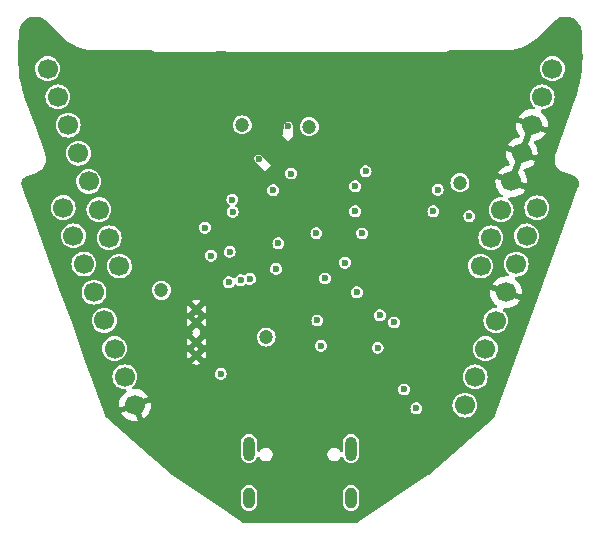
<source format=gbr>
%TF.GenerationSoftware,KiCad,Pcbnew,8.0.3*%
%TF.CreationDate,2024-07-12T18:14:48+02:00*%
%TF.ProjectId,Shard,53686172-642e-46b6-9963-61645f706362,rev?*%
%TF.SameCoordinates,Original*%
%TF.FileFunction,Copper,L2,Inr*%
%TF.FilePolarity,Positive*%
%FSLAX46Y46*%
G04 Gerber Fmt 4.6, Leading zero omitted, Abs format (unit mm)*
G04 Created by KiCad (PCBNEW 8.0.3) date 2024-07-12 18:14:48*
%MOMM*%
%LPD*%
G01*
G04 APERTURE LIST*
G04 Aperture macros list*
%AMHorizOval*
0 Thick line with rounded ends*
0 $1 width*
0 $2 $3 position (X,Y) of the first rounded end (center of the circle)*
0 $4 $5 position (X,Y) of the second rounded end (center of the circle)*
0 Add line between two ends*
20,1,$1,$2,$3,$4,$5,0*
0 Add two circle primitives to create the rounded ends*
1,1,$1,$2,$3*
1,1,$1,$4,$5*%
G04 Aperture macros list end*
%TA.AperFunction,ComponentPad*%
%ADD10HorizOval,1.700000X0.000000X0.000000X0.000000X0.000000X0*%
%TD*%
%TA.AperFunction,ComponentPad*%
%ADD11HorizOval,1.700000X0.000000X0.000000X0.000000X0.000000X0*%
%TD*%
%TA.AperFunction,HeatsinkPad*%
%ADD12C,0.600000*%
%TD*%
%TA.AperFunction,ComponentPad*%
%ADD13R,0.900000X0.500000*%
%TD*%
%TA.AperFunction,ComponentPad*%
%ADD14O,1.000000X2.100000*%
%TD*%
%TA.AperFunction,ComponentPad*%
%ADD15O,1.000000X1.800000*%
%TD*%
%TA.AperFunction,ViaPad*%
%ADD16C,0.600000*%
%TD*%
%TA.AperFunction,ViaPad*%
%ADD17C,1.200000*%
%TD*%
G04 APERTURE END LIST*
D10*
%TO.N,/9*%
%TO.C,J5*%
X127162613Y-93329084D03*
%TO.N,/10*%
X128031344Y-95715903D03*
%TO.N,/11*%
X128900075Y-98102723D03*
%TO.N,/12*%
X129768806Y-100489542D03*
%TO.N,/13*%
X130637538Y-102876361D03*
%TO.N,/14*%
X131506269Y-105263180D03*
%TO.N,/E3.3V*%
X132375000Y-107650000D03*
%TO.N,GND*%
X133243731Y-110036819D03*
%TD*%
%TO.N,/1*%
%TO.C,J4*%
X125843882Y-81567265D03*
%TO.N,/2*%
X126712613Y-83954084D03*
%TO.N,/3*%
X127581344Y-86340904D03*
%TO.N,/4*%
X128450075Y-88727723D03*
%TO.N,/5*%
X129318807Y-91114542D03*
%TO.N,/6*%
X130187538Y-93501361D03*
%TO.N,/7*%
X131056269Y-95888181D03*
%TO.N,/8*%
X131925000Y-98275000D03*
%TD*%
D11*
%TO.N,/15*%
%TO.C,J2*%
X161175000Y-110050000D03*
%TO.N,/16*%
X162043731Y-107663181D03*
%TO.N,/17*%
X162912462Y-105276361D03*
%TO.N,/18*%
X163781193Y-102889542D03*
%TO.N,GND*%
X164649925Y-100502723D03*
%TO.N,/38*%
X165518656Y-98115904D03*
%TO.N,/47*%
X166387387Y-95729084D03*
%TO.N,/48*%
X167256118Y-93342265D03*
%TD*%
D12*
%TO.N,GND*%
%TO.C,U3*%
X138437500Y-101950000D03*
X138437500Y-103050000D03*
%TD*%
D13*
%TO.N,GND*%
%TO.C,ANT1*%
X140550000Y-80300000D03*
%TD*%
D12*
%TO.N,GND*%
%TO.C,U4*%
X138437500Y-104725000D03*
X138437500Y-105825000D03*
%TD*%
D11*
%TO.N,/RX*%
%TO.C,J3*%
X162500000Y-98275000D03*
%TO.N,/TX*%
X163368731Y-95888181D03*
%TO.N,/RESET*%
X164237463Y-93501361D03*
%TO.N,GND*%
X165106193Y-91114542D03*
X165974924Y-88727723D03*
X166843655Y-86340904D03*
%TO.N,/E3.3V*%
X167712387Y-83954084D03*
%TO.N,Net-(D2-A)*%
X168581118Y-81567265D03*
%TD*%
D14*
%TO.N,unconnected-(J1-SHIELD-PadS1)_2*%
%TO.C,J1*%
X142890000Y-113725000D03*
D15*
%TO.N,unconnected-(J1-SHIELD-PadS1)_1*%
X142890000Y-117905000D03*
D14*
%TO.N,unconnected-(J1-SHIELD-PadS1)_0*%
X151530000Y-113725000D03*
D15*
%TO.N,unconnected-(J1-SHIELD-PadS1)*%
X151530000Y-117905000D03*
%TD*%
D16*
%TO.N,GND*%
X144361000Y-115934000D03*
X152489000Y-111870000D03*
X164681000Y-85454000D03*
X143665226Y-81720113D03*
X141770407Y-83995120D03*
X146550000Y-91900000D03*
X128105000Y-101710000D03*
X151325000Y-89325000D03*
X162649000Y-81390000D03*
X146550000Y-95650000D03*
X168745000Y-79358000D03*
X151600000Y-108000000D03*
X136233000Y-87486000D03*
X146393000Y-115934000D03*
X128105000Y-99678000D03*
X158585000Y-85454000D03*
X148950000Y-87350000D03*
X143000000Y-101000000D03*
X160617000Y-81390000D03*
X154521000Y-83422000D03*
X139500000Y-107100000D03*
X136233000Y-83422000D03*
X147500000Y-94700000D03*
X164681000Y-89518000D03*
X156553000Y-85454000D03*
X143920170Y-84220409D03*
X152550000Y-85250000D03*
X155000000Y-86000000D03*
X154900000Y-102000000D03*
X143150000Y-88600000D03*
X145650000Y-94700000D03*
X159250000Y-90910000D03*
X138265000Y-87486000D03*
X152600000Y-83700000D03*
X139450000Y-100900000D03*
X138265000Y-81390000D03*
X152661646Y-91867501D03*
X132169000Y-81390000D03*
X155000000Y-88000000D03*
X164681000Y-81390000D03*
X150457000Y-115934000D03*
X146393000Y-81390000D03*
X162649000Y-93582000D03*
X138000000Y-97000000D03*
X156000000Y-87000000D03*
X152489000Y-81390000D03*
X151200000Y-84800000D03*
X141665226Y-81720113D03*
X136233000Y-111870000D03*
X130137000Y-83422000D03*
X156553000Y-83422000D03*
X156553000Y-113902000D03*
X130137000Y-81390000D03*
X160617000Y-111870000D03*
X126073000Y-85454000D03*
X168745000Y-91550000D03*
X134201000Y-81390000D03*
X150457000Y-83422000D03*
X154100000Y-117300000D03*
X134201000Y-83422000D03*
X154521000Y-81390000D03*
X158585000Y-113902000D03*
X157700000Y-102750000D03*
X139900000Y-99800000D03*
X141665226Y-80500000D03*
X142329000Y-111870000D03*
X150457000Y-81390000D03*
X148425000Y-115934000D03*
X146400000Y-99100000D03*
X140900000Y-88100000D03*
X132169000Y-85454000D03*
X138265000Y-109838000D03*
X158585000Y-111870000D03*
X157300000Y-95550000D03*
X148425000Y-81390000D03*
X160617000Y-83422000D03*
X152489000Y-115934000D03*
X126073000Y-95614000D03*
X144700000Y-93750000D03*
X126073000Y-79358000D03*
X166713000Y-99678000D03*
X136233000Y-113902000D03*
X158585000Y-95614000D03*
X168745000Y-85454000D03*
X160617000Y-85454000D03*
X143725000Y-89200000D03*
X134201000Y-85454000D03*
X154000000Y-89000000D03*
X130137000Y-87486000D03*
X143664924Y-82915682D03*
X140297000Y-113902000D03*
X162649000Y-99678000D03*
X143665226Y-80500000D03*
X146550000Y-93770000D03*
X141665226Y-82940226D03*
X151300000Y-102300000D03*
X156553000Y-81390000D03*
X146393000Y-83422000D03*
X150457000Y-111870000D03*
X162649000Y-91550000D03*
X160617000Y-101710000D03*
X157250000Y-93620000D03*
X159780000Y-97190000D03*
X124041000Y-79358000D03*
X169160000Y-93160000D03*
X153700000Y-84700000D03*
X136600000Y-103950000D03*
X126073000Y-87486000D03*
X146200000Y-86400000D03*
X145400000Y-85000000D03*
X164470000Y-106600000D03*
X134201000Y-111870000D03*
X148450000Y-93750000D03*
X147190000Y-111570000D03*
X162649000Y-109838000D03*
X142072134Y-84985893D03*
X150457000Y-117966000D03*
X158585000Y-81390000D03*
X136600000Y-106700000D03*
X130137000Y-89518000D03*
X136233000Y-109838000D03*
X146393000Y-117966000D03*
X158585000Y-87486000D03*
X134201000Y-87486000D03*
X142329000Y-115934000D03*
X129920000Y-105050000D03*
X144361000Y-101710000D03*
X140297000Y-109838000D03*
X152800000Y-101850000D03*
X132169000Y-83422000D03*
X124041000Y-81390000D03*
X144361000Y-117966000D03*
X128105000Y-81390000D03*
X138265000Y-83422000D03*
X147500000Y-92800000D03*
X140297000Y-81390000D03*
X158585000Y-83422000D03*
X149800000Y-85900000D03*
X140297000Y-83422000D03*
X138265000Y-113902000D03*
X136233000Y-81390000D03*
X136233000Y-85454000D03*
X160617000Y-103742000D03*
X148425000Y-117966000D03*
X145650000Y-92800000D03*
X153714726Y-104285274D03*
X154521000Y-113902000D03*
X145000000Y-88092500D03*
X164681000Y-87486000D03*
X156000000Y-93630000D03*
X138265000Y-85454000D03*
X140300000Y-117300000D03*
X148425000Y-83422000D03*
X126073000Y-91550000D03*
D17*
%TO.N,/VIN*%
X144338542Y-104286458D03*
X160750000Y-91225000D03*
%TO.N,+3.3V*%
X135475000Y-100325000D03*
X148000000Y-86475000D03*
X142325000Y-86325000D03*
D16*
X141250000Y-97075000D03*
X151870000Y-91520000D03*
%TO.N,/E3.3V*%
X157050000Y-110325000D03*
X148975000Y-105025000D03*
%TO.N,/RESET*%
X146457641Y-90441616D03*
X151870000Y-93640000D03*
X156025000Y-108725000D03*
%TO.N,/21*%
X145194993Y-98518215D03*
X148669999Y-102880001D03*
%TO.N,/11*%
X139150000Y-95025000D03*
%TO.N,/14*%
X139675000Y-97400000D03*
%TO.N,/15*%
X141175000Y-99650000D03*
%TO.N,/10*%
X141507500Y-93671241D03*
%TO.N,/9*%
X141486350Y-92646150D03*
%TO.N,/18*%
X145380121Y-96358570D03*
%TO.N,/16*%
X142175000Y-99475000D03*
%TO.N,/48*%
X152470000Y-95519827D03*
%TO.N,/17*%
X142966735Y-99360280D03*
%TO.N,/47*%
X148593339Y-95500890D03*
%TO.N,/RX*%
X158502637Y-93640000D03*
X152760000Y-90260000D03*
%TO.N,/TX*%
X158870000Y-91810000D03*
X161540000Y-94051361D03*
%TO.N,/SPICS0*%
X153777961Y-105197039D03*
X152018768Y-100502740D03*
%TO.N,/SPIQ*%
X150999645Y-97987415D03*
X153975000Y-102450000D03*
%TO.N,/SPIWP*%
X155185430Y-103049794D03*
X149325000Y-99325000D03*
%TO.N,/BOOT*%
X144925000Y-91850000D03*
X140500000Y-107410000D03*
%TD*%
%TA.AperFunction,Conductor*%
%TO.N,GND*%
G36*
X165667917Y-89127822D02*
G01*
X165781931Y-89193648D01*
X165909098Y-89227723D01*
X166040750Y-89227723D01*
X166060952Y-89222309D01*
X165733413Y-90122219D01*
X165733413Y-90122220D01*
X165489931Y-90791174D01*
X165413200Y-90714443D01*
X165299186Y-90648617D01*
X165172019Y-90614542D01*
X165040367Y-90614542D01*
X165020161Y-90619956D01*
X165347704Y-89720045D01*
X165591184Y-89051089D01*
X165667917Y-89127822D01*
G37*
%TD.AperFunction*%
%TA.AperFunction,Conductor*%
G36*
X166536648Y-86741003D02*
G01*
X166650662Y-86806829D01*
X166777829Y-86840904D01*
X166909481Y-86840904D01*
X166929683Y-86835490D01*
X166602144Y-87735400D01*
X166602144Y-87735401D01*
X166358662Y-88404355D01*
X166281931Y-88327624D01*
X166167917Y-88261798D01*
X166040750Y-88227723D01*
X165909098Y-88227723D01*
X165888892Y-88233137D01*
X166216435Y-87333226D01*
X166459915Y-86664270D01*
X166536648Y-86741003D01*
G37*
%TD.AperFunction*%
%TA.AperFunction,Conductor*%
G36*
X169857233Y-77163708D02*
G01*
X169876163Y-77166402D01*
X170068309Y-77209096D01*
X170086598Y-77214671D01*
X170269880Y-77286424D01*
X170287102Y-77294752D01*
X170307155Y-77306438D01*
X170457151Y-77393851D01*
X170472895Y-77404736D01*
X170625662Y-77528821D01*
X170639542Y-77541998D01*
X170771395Y-77688115D01*
X170783083Y-77703273D01*
X170890874Y-77867934D01*
X170900090Y-77884708D01*
X170981261Y-78064003D01*
X170987786Y-78081997D01*
X171040398Y-78271652D01*
X171044075Y-78290435D01*
X171067535Y-78491600D01*
X171068276Y-78501148D01*
X171070916Y-78569094D01*
X171070922Y-78569147D01*
X171123512Y-79921022D01*
X171123512Y-79921032D01*
X171126107Y-79987757D01*
X171126188Y-79990761D01*
X171134261Y-80542361D01*
X171134203Y-80548374D01*
X171115578Y-81098177D01*
X171115229Y-81104180D01*
X171069973Y-81652454D01*
X171069333Y-81658432D01*
X170997556Y-82203852D01*
X170996627Y-82209793D01*
X170898491Y-82751103D01*
X170897275Y-82756991D01*
X170773022Y-83292878D01*
X170771523Y-83298701D01*
X170621430Y-83827971D01*
X170619650Y-83833714D01*
X170443519Y-84356740D01*
X170442526Y-84359575D01*
X170428802Y-84397281D01*
X170422275Y-84415218D01*
X170421955Y-84416096D01*
X170421954Y-84416098D01*
X168847436Y-88741948D01*
X168847093Y-88742878D01*
X168828190Y-88793549D01*
X168811632Y-88837933D01*
X168772599Y-89030911D01*
X168772083Y-89033464D01*
X168763779Y-89232784D01*
X168786925Y-89430933D01*
X168840942Y-89622961D01*
X168924490Y-89804111D01*
X168924493Y-89804117D01*
X169035487Y-89969868D01*
X169035491Y-89969872D01*
X169171178Y-90116110D01*
X169328175Y-90239189D01*
X169502575Y-90336045D01*
X169526500Y-90344763D01*
X169526895Y-90344937D01*
X169534349Y-90347650D01*
X169534352Y-90347652D01*
X170214424Y-90595184D01*
X170412267Y-90667195D01*
X170425039Y-90672673D01*
X170534518Y-90727092D01*
X170557836Y-90742155D01*
X170647028Y-90815128D01*
X170666415Y-90835007D01*
X170737134Y-90926000D01*
X170751613Y-90949696D01*
X170800308Y-91054142D01*
X170809150Y-91080465D01*
X170833383Y-91193132D01*
X170836145Y-91220762D01*
X170834699Y-91335988D01*
X170831244Y-91363541D01*
X170802413Y-91482924D01*
X170798395Y-91496238D01*
X170775965Y-91557841D01*
X170775931Y-91557956D01*
X170607576Y-92020500D01*
X170429178Y-92510636D01*
X170429177Y-92510638D01*
X166866329Y-102299305D01*
X163651262Y-111132468D01*
X163615951Y-111183762D01*
X158099372Y-115964795D01*
X158087359Y-115973986D01*
X152132907Y-119978396D01*
X152066293Y-119999473D01*
X152063709Y-119999500D01*
X142390458Y-119999500D01*
X142323419Y-119979815D01*
X142321260Y-119978396D01*
X139935556Y-118373995D01*
X142189499Y-118373995D01*
X142216418Y-118509322D01*
X142216421Y-118509332D01*
X142269221Y-118636804D01*
X142269228Y-118636817D01*
X142345885Y-118751541D01*
X142345888Y-118751545D01*
X142443454Y-118849111D01*
X142443458Y-118849114D01*
X142558182Y-118925771D01*
X142558195Y-118925778D01*
X142685667Y-118978578D01*
X142685672Y-118978580D01*
X142685676Y-118978580D01*
X142685677Y-118978581D01*
X142821004Y-119005500D01*
X142821007Y-119005500D01*
X142958995Y-119005500D01*
X143050041Y-118987389D01*
X143094328Y-118978580D01*
X143221811Y-118925775D01*
X143336542Y-118849114D01*
X143434114Y-118751542D01*
X143510775Y-118636811D01*
X143563580Y-118509328D01*
X143590500Y-118373995D01*
X150829499Y-118373995D01*
X150856418Y-118509322D01*
X150856421Y-118509332D01*
X150909221Y-118636804D01*
X150909228Y-118636817D01*
X150985885Y-118751541D01*
X150985888Y-118751545D01*
X151083454Y-118849111D01*
X151083458Y-118849114D01*
X151198182Y-118925771D01*
X151198195Y-118925778D01*
X151325667Y-118978578D01*
X151325672Y-118978580D01*
X151325676Y-118978580D01*
X151325677Y-118978581D01*
X151461004Y-119005500D01*
X151461007Y-119005500D01*
X151598995Y-119005500D01*
X151690041Y-118987389D01*
X151734328Y-118978580D01*
X151861811Y-118925775D01*
X151976542Y-118849114D01*
X152074114Y-118751542D01*
X152150775Y-118636811D01*
X152203580Y-118509328D01*
X152230500Y-118373993D01*
X152230500Y-117436007D01*
X152230500Y-117436004D01*
X152203581Y-117300677D01*
X152203580Y-117300676D01*
X152203580Y-117300672D01*
X152203578Y-117300667D01*
X152150778Y-117173195D01*
X152150771Y-117173182D01*
X152074114Y-117058458D01*
X152074111Y-117058454D01*
X151976545Y-116960888D01*
X151976541Y-116960885D01*
X151861817Y-116884228D01*
X151861804Y-116884221D01*
X151734332Y-116831421D01*
X151734322Y-116831418D01*
X151598995Y-116804500D01*
X151598993Y-116804500D01*
X151461007Y-116804500D01*
X151461005Y-116804500D01*
X151325677Y-116831418D01*
X151325667Y-116831421D01*
X151198195Y-116884221D01*
X151198182Y-116884228D01*
X151083458Y-116960885D01*
X151083454Y-116960888D01*
X150985888Y-117058454D01*
X150985885Y-117058458D01*
X150909228Y-117173182D01*
X150909221Y-117173195D01*
X150856421Y-117300667D01*
X150856418Y-117300677D01*
X150829500Y-117436004D01*
X150829500Y-117436007D01*
X150829500Y-118373993D01*
X150829500Y-118373995D01*
X150829499Y-118373995D01*
X143590500Y-118373995D01*
X143590500Y-118373993D01*
X143590500Y-117436007D01*
X143590500Y-117436004D01*
X143563581Y-117300677D01*
X143563580Y-117300676D01*
X143563580Y-117300672D01*
X143563578Y-117300667D01*
X143510778Y-117173195D01*
X143510771Y-117173182D01*
X143434114Y-117058458D01*
X143434111Y-117058454D01*
X143336545Y-116960888D01*
X143336541Y-116960885D01*
X143221817Y-116884228D01*
X143221804Y-116884221D01*
X143094332Y-116831421D01*
X143094322Y-116831418D01*
X142958995Y-116804500D01*
X142958993Y-116804500D01*
X142821007Y-116804500D01*
X142821005Y-116804500D01*
X142685677Y-116831418D01*
X142685667Y-116831421D01*
X142558195Y-116884221D01*
X142558182Y-116884228D01*
X142443458Y-116960885D01*
X142443454Y-116960888D01*
X142345888Y-117058454D01*
X142345885Y-117058458D01*
X142269228Y-117173182D01*
X142269221Y-117173195D01*
X142216421Y-117300667D01*
X142216418Y-117300677D01*
X142189500Y-117436004D01*
X142189500Y-117436007D01*
X142189500Y-118373993D01*
X142189500Y-118373995D01*
X142189499Y-118373995D01*
X139935556Y-118373995D01*
X136366805Y-115973987D01*
X136354792Y-115964796D01*
X135032848Y-114819111D01*
X134484637Y-114343995D01*
X142189499Y-114343995D01*
X142216418Y-114479322D01*
X142216421Y-114479332D01*
X142269221Y-114606804D01*
X142269228Y-114606817D01*
X142345885Y-114721541D01*
X142345888Y-114721545D01*
X142443454Y-114819111D01*
X142443458Y-114819114D01*
X142558182Y-114895771D01*
X142558195Y-114895778D01*
X142685667Y-114948578D01*
X142685672Y-114948580D01*
X142685676Y-114948580D01*
X142685677Y-114948581D01*
X142821004Y-114975500D01*
X142821007Y-114975500D01*
X142958995Y-114975500D01*
X143050041Y-114957389D01*
X143094328Y-114948580D01*
X143221811Y-114895775D01*
X143336542Y-114819114D01*
X143434114Y-114721542D01*
X143510775Y-114606811D01*
X143522559Y-114578361D01*
X143565911Y-114473701D01*
X143567718Y-114474449D01*
X143601044Y-114423565D01*
X143664847Y-114395089D01*
X143733918Y-114405629D01*
X143786325Y-114451838D01*
X143788822Y-114455974D01*
X143801944Y-114478702D01*
X143859485Y-114578365D01*
X143966635Y-114685515D01*
X144097865Y-114761281D01*
X144244234Y-114800500D01*
X144244236Y-114800500D01*
X144395764Y-114800500D01*
X144395766Y-114800500D01*
X144542135Y-114761281D01*
X144673365Y-114685515D01*
X144780515Y-114578365D01*
X144856281Y-114447135D01*
X144895500Y-114300766D01*
X144895500Y-114149234D01*
X149524500Y-114149234D01*
X149524500Y-114300765D01*
X149563719Y-114447136D01*
X149582308Y-114479332D01*
X149639485Y-114578365D01*
X149746635Y-114685515D01*
X149877865Y-114761281D01*
X150024234Y-114800500D01*
X150024236Y-114800500D01*
X150175764Y-114800500D01*
X150175766Y-114800500D01*
X150322135Y-114761281D01*
X150453365Y-114685515D01*
X150560515Y-114578365D01*
X150631177Y-114455974D01*
X150681744Y-114407759D01*
X150750351Y-114394536D01*
X150815216Y-114420504D01*
X150853322Y-114474018D01*
X150854089Y-114473701D01*
X150855469Y-114477033D01*
X150855744Y-114477419D01*
X150856160Y-114478702D01*
X150909221Y-114606804D01*
X150909228Y-114606817D01*
X150985885Y-114721541D01*
X150985888Y-114721545D01*
X151083454Y-114819111D01*
X151083458Y-114819114D01*
X151198182Y-114895771D01*
X151198195Y-114895778D01*
X151325667Y-114948578D01*
X151325672Y-114948580D01*
X151325676Y-114948580D01*
X151325677Y-114948581D01*
X151461004Y-114975500D01*
X151461007Y-114975500D01*
X151598995Y-114975500D01*
X151690041Y-114957389D01*
X151734328Y-114948580D01*
X151861811Y-114895775D01*
X151976542Y-114819114D01*
X152074114Y-114721542D01*
X152150775Y-114606811D01*
X152203580Y-114479328D01*
X152230500Y-114343993D01*
X152230500Y-113106007D01*
X152230500Y-113106004D01*
X152203581Y-112970677D01*
X152203580Y-112970676D01*
X152203580Y-112970672D01*
X152203578Y-112970667D01*
X152150778Y-112843195D01*
X152150771Y-112843182D01*
X152074114Y-112728458D01*
X152074111Y-112728454D01*
X151976545Y-112630888D01*
X151976541Y-112630885D01*
X151861817Y-112554228D01*
X151861804Y-112554221D01*
X151734332Y-112501421D01*
X151734322Y-112501418D01*
X151598995Y-112474500D01*
X151598993Y-112474500D01*
X151461007Y-112474500D01*
X151461005Y-112474500D01*
X151325677Y-112501418D01*
X151325667Y-112501421D01*
X151198195Y-112554221D01*
X151198182Y-112554228D01*
X151083458Y-112630885D01*
X151083454Y-112630888D01*
X150985888Y-112728454D01*
X150985885Y-112728458D01*
X150909228Y-112843182D01*
X150909221Y-112843195D01*
X150856421Y-112970667D01*
X150856418Y-112970677D01*
X150829500Y-113106004D01*
X150829500Y-113874755D01*
X150809815Y-113941794D01*
X150757011Y-113987549D01*
X150687853Y-113997493D01*
X150624297Y-113968468D01*
X150598113Y-113936756D01*
X150585731Y-113915310D01*
X150560515Y-113871635D01*
X150453365Y-113764485D01*
X150387750Y-113726602D01*
X150322136Y-113688719D01*
X150248950Y-113669109D01*
X150175766Y-113649500D01*
X150024234Y-113649500D01*
X149877863Y-113688719D01*
X149746635Y-113764485D01*
X149746632Y-113764487D01*
X149639487Y-113871632D01*
X149639485Y-113871635D01*
X149563719Y-114002863D01*
X149524500Y-114149234D01*
X144895500Y-114149234D01*
X144856281Y-114002865D01*
X144853179Y-113997493D01*
X144821021Y-113941794D01*
X144780515Y-113871635D01*
X144673365Y-113764485D01*
X144607750Y-113726602D01*
X144542136Y-113688719D01*
X144468950Y-113669109D01*
X144395766Y-113649500D01*
X144244234Y-113649500D01*
X144097863Y-113688719D01*
X143966635Y-113764485D01*
X143966632Y-113764487D01*
X143859487Y-113871632D01*
X143859485Y-113871635D01*
X143821887Y-113936756D01*
X143771319Y-113984971D01*
X143702712Y-113998193D01*
X143637847Y-113972225D01*
X143597319Y-113915310D01*
X143590500Y-113874755D01*
X143590500Y-113106004D01*
X143563581Y-112970677D01*
X143563580Y-112970676D01*
X143563580Y-112970672D01*
X143563578Y-112970667D01*
X143510778Y-112843195D01*
X143510771Y-112843182D01*
X143434114Y-112728458D01*
X143434111Y-112728454D01*
X143336545Y-112630888D01*
X143336541Y-112630885D01*
X143221817Y-112554228D01*
X143221804Y-112554221D01*
X143094332Y-112501421D01*
X143094322Y-112501418D01*
X142958995Y-112474500D01*
X142958993Y-112474500D01*
X142821007Y-112474500D01*
X142821005Y-112474500D01*
X142685677Y-112501418D01*
X142685667Y-112501421D01*
X142558195Y-112554221D01*
X142558182Y-112554228D01*
X142443458Y-112630885D01*
X142443454Y-112630888D01*
X142345888Y-112728454D01*
X142345885Y-112728458D01*
X142269228Y-112843182D01*
X142269221Y-112843195D01*
X142216421Y-112970667D01*
X142216418Y-112970677D01*
X142189500Y-113106004D01*
X142189500Y-113106007D01*
X142189500Y-114343993D01*
X142189500Y-114343995D01*
X142189499Y-114343995D01*
X134484637Y-114343995D01*
X130838213Y-111183761D01*
X130802903Y-111132468D01*
X130793117Y-111105583D01*
X129535365Y-107650000D01*
X131319417Y-107650000D01*
X131339699Y-107855932D01*
X131343953Y-107869954D01*
X131399768Y-108053954D01*
X131497315Y-108236450D01*
X131508134Y-108249633D01*
X131628589Y-108396410D01*
X131725209Y-108475702D01*
X131788550Y-108527685D01*
X131971046Y-108625232D01*
X132169066Y-108685300D01*
X132169065Y-108685300D01*
X132375000Y-108705583D01*
X132388611Y-108704242D01*
X132457257Y-108717257D01*
X132507969Y-108765320D01*
X132524647Y-108833170D01*
X132501994Y-108899266D01*
X132471894Y-108929218D01*
X132372660Y-108998703D01*
X132372651Y-108998710D01*
X132205622Y-109165739D01*
X132205617Y-109165745D01*
X132070131Y-109359239D01*
X132070130Y-109359241D01*
X131970301Y-109573326D01*
X131970297Y-109573335D01*
X131909163Y-109801492D01*
X131909161Y-109801503D01*
X131888574Y-110036817D01*
X131888574Y-110036821D01*
X131907836Y-110256999D01*
X132749144Y-109950788D01*
X132743731Y-109970993D01*
X132743731Y-110102645D01*
X132777806Y-110229812D01*
X132843632Y-110343826D01*
X132920364Y-110420558D01*
X132078847Y-110726846D01*
X132205621Y-110907897D01*
X132372648Y-111074924D01*
X132566152Y-111210419D01*
X132780238Y-111310248D01*
X132780247Y-111310252D01*
X133008404Y-111371386D01*
X133008415Y-111371388D01*
X133243729Y-111391976D01*
X133243732Y-111391976D01*
X133463911Y-111372711D01*
X133157701Y-110531405D01*
X133177905Y-110536819D01*
X133309557Y-110536819D01*
X133436724Y-110502744D01*
X133550738Y-110436918D01*
X133627469Y-110360186D01*
X133933758Y-111201701D01*
X134114810Y-111074928D01*
X134281836Y-110907901D01*
X134417331Y-110714397D01*
X134517160Y-110500311D01*
X134517164Y-110500302D01*
X134564136Y-110325000D01*
X156544353Y-110325000D01*
X156564834Y-110467456D01*
X156579835Y-110500302D01*
X156624623Y-110598373D01*
X156718872Y-110707143D01*
X156839947Y-110784953D01*
X156839950Y-110784954D01*
X156839949Y-110784954D01*
X156978036Y-110825499D01*
X156978038Y-110825500D01*
X156978039Y-110825500D01*
X157121962Y-110825500D01*
X157121962Y-110825499D01*
X157260053Y-110784953D01*
X157381128Y-110707143D01*
X157475377Y-110598373D01*
X157535165Y-110467457D01*
X157555647Y-110325000D01*
X157535165Y-110182543D01*
X157475377Y-110051627D01*
X157473967Y-110050000D01*
X160119417Y-110050000D01*
X160139699Y-110255932D01*
X160139700Y-110255934D01*
X160199768Y-110453954D01*
X160297315Y-110636450D01*
X160297317Y-110636452D01*
X160428589Y-110796410D01*
X160464035Y-110825499D01*
X160588550Y-110927685D01*
X160771046Y-111025232D01*
X160969066Y-111085300D01*
X160969065Y-111085300D01*
X160987529Y-111087118D01*
X161175000Y-111105583D01*
X161380934Y-111085300D01*
X161578954Y-111025232D01*
X161761450Y-110927685D01*
X161921410Y-110796410D01*
X162052685Y-110636450D01*
X162150232Y-110453954D01*
X162210300Y-110255934D01*
X162230583Y-110050000D01*
X162210300Y-109844066D01*
X162150232Y-109646046D01*
X162052685Y-109463550D01*
X162000702Y-109400209D01*
X161921410Y-109303589D01*
X161803677Y-109206969D01*
X161761450Y-109172315D01*
X161578954Y-109074768D01*
X161380934Y-109014700D01*
X161380932Y-109014699D01*
X161380934Y-109014699D01*
X161175000Y-108994417D01*
X160969067Y-109014699D01*
X160771043Y-109074769D01*
X160710477Y-109107143D01*
X160588550Y-109172315D01*
X160588548Y-109172316D01*
X160588547Y-109172317D01*
X160428589Y-109303589D01*
X160297317Y-109463547D01*
X160199769Y-109646043D01*
X160139699Y-109844067D01*
X160119417Y-110050000D01*
X157473967Y-110050000D01*
X157381128Y-109942857D01*
X157260053Y-109865047D01*
X157260051Y-109865046D01*
X157260049Y-109865045D01*
X157260050Y-109865045D01*
X157121963Y-109824500D01*
X157121961Y-109824500D01*
X156978039Y-109824500D01*
X156978036Y-109824500D01*
X156839949Y-109865045D01*
X156718873Y-109942856D01*
X156624623Y-110051626D01*
X156624622Y-110051628D01*
X156564834Y-110182543D01*
X156544353Y-110325000D01*
X134564136Y-110325000D01*
X134578298Y-110272145D01*
X134578300Y-110272134D01*
X134598888Y-110036820D01*
X134598888Y-110036818D01*
X134579623Y-109816637D01*
X133738317Y-110122846D01*
X133743731Y-110102645D01*
X133743731Y-109970993D01*
X133709656Y-109843826D01*
X133643830Y-109729812D01*
X133567096Y-109653078D01*
X134408613Y-109346791D01*
X134281840Y-109165739D01*
X134114813Y-108998713D01*
X133921309Y-108863218D01*
X133707223Y-108763389D01*
X133707214Y-108763385D01*
X133563958Y-108725000D01*
X155519353Y-108725000D01*
X155539834Y-108867456D01*
X155597816Y-108994417D01*
X155599623Y-108998373D01*
X155693872Y-109107143D01*
X155814947Y-109184953D01*
X155814950Y-109184954D01*
X155814949Y-109184954D01*
X155953036Y-109225499D01*
X155953038Y-109225500D01*
X155953039Y-109225500D01*
X156096962Y-109225500D01*
X156096962Y-109225499D01*
X156235053Y-109184953D01*
X156356128Y-109107143D01*
X156450377Y-108998373D01*
X156510165Y-108867457D01*
X156530647Y-108725000D01*
X156510165Y-108582543D01*
X156450377Y-108451627D01*
X156356128Y-108342857D01*
X156235053Y-108265047D01*
X156235051Y-108265046D01*
X156235049Y-108265045D01*
X156235050Y-108265045D01*
X156096963Y-108224500D01*
X156096961Y-108224500D01*
X155953039Y-108224500D01*
X155953036Y-108224500D01*
X155814949Y-108265045D01*
X155693873Y-108342856D01*
X155599623Y-108451626D01*
X155599622Y-108451628D01*
X155539834Y-108582543D01*
X155519353Y-108725000D01*
X133563958Y-108725000D01*
X133479057Y-108702251D01*
X133479046Y-108702249D01*
X133243733Y-108681662D01*
X133243729Y-108681662D01*
X133117120Y-108692738D01*
X133048620Y-108678971D01*
X132998437Y-108630355D01*
X132982504Y-108562327D01*
X133005880Y-108496483D01*
X133027644Y-108473361D01*
X133121410Y-108396410D01*
X133252685Y-108236450D01*
X133350232Y-108053954D01*
X133410300Y-107855934D01*
X133430583Y-107650000D01*
X133410300Y-107444066D01*
X133399966Y-107410000D01*
X139994353Y-107410000D01*
X140014834Y-107552456D01*
X140074622Y-107683371D01*
X140074623Y-107683373D01*
X140168872Y-107792143D01*
X140289947Y-107869953D01*
X140289950Y-107869954D01*
X140289949Y-107869954D01*
X140428036Y-107910499D01*
X140428038Y-107910500D01*
X140428039Y-107910500D01*
X140571962Y-107910500D01*
X140571962Y-107910499D01*
X140710053Y-107869953D01*
X140831128Y-107792143D01*
X140925377Y-107683373D01*
X140934598Y-107663181D01*
X160988148Y-107663181D01*
X161008430Y-107869113D01*
X161020985Y-107910500D01*
X161068499Y-108067135D01*
X161166046Y-108249631D01*
X161166048Y-108249633D01*
X161297320Y-108409591D01*
X161375019Y-108473356D01*
X161457281Y-108540866D01*
X161639777Y-108638413D01*
X161837797Y-108698481D01*
X161837796Y-108698481D01*
X161856260Y-108700299D01*
X162043731Y-108718764D01*
X162249665Y-108698481D01*
X162447685Y-108638413D01*
X162630181Y-108540866D01*
X162790141Y-108409591D01*
X162921416Y-108249631D01*
X163018963Y-108067135D01*
X163079031Y-107869115D01*
X163099314Y-107663181D01*
X163079031Y-107457247D01*
X163018963Y-107259227D01*
X162921416Y-107076731D01*
X162817450Y-106950047D01*
X162790141Y-106916770D01*
X162630183Y-106785498D01*
X162630184Y-106785498D01*
X162630181Y-106785496D01*
X162447685Y-106687949D01*
X162249665Y-106627881D01*
X162249663Y-106627880D01*
X162249665Y-106627880D01*
X162043731Y-106607598D01*
X161837798Y-106627880D01*
X161639774Y-106687950D01*
X161529629Y-106746824D01*
X161457281Y-106785496D01*
X161457279Y-106785497D01*
X161457278Y-106785498D01*
X161297320Y-106916770D01*
X161166048Y-107076728D01*
X161068500Y-107259224D01*
X161008430Y-107457248D01*
X160988148Y-107663181D01*
X140934598Y-107663181D01*
X140985165Y-107552457D01*
X141005647Y-107410000D01*
X140985165Y-107267543D01*
X140925377Y-107136627D01*
X140831128Y-107027857D01*
X140710053Y-106950047D01*
X140710051Y-106950046D01*
X140710049Y-106950045D01*
X140710050Y-106950045D01*
X140571963Y-106909500D01*
X140571961Y-106909500D01*
X140428039Y-106909500D01*
X140428036Y-106909500D01*
X140289949Y-106950045D01*
X140168873Y-107027856D01*
X140074623Y-107136626D01*
X140074622Y-107136628D01*
X140014834Y-107267543D01*
X139994353Y-107410000D01*
X133399966Y-107410000D01*
X133350232Y-107246046D01*
X133252685Y-107063550D01*
X133159536Y-106950047D01*
X133121410Y-106903589D01*
X133003677Y-106806969D01*
X132961450Y-106772315D01*
X132778954Y-106674768D01*
X132580934Y-106614700D01*
X132580932Y-106614699D01*
X132580934Y-106614699D01*
X132375000Y-106594417D01*
X132169067Y-106614699D01*
X131971043Y-106674769D01*
X131946384Y-106687950D01*
X131788550Y-106772315D01*
X131788548Y-106772316D01*
X131788547Y-106772317D01*
X131628589Y-106903589D01*
X131497317Y-107063547D01*
X131399769Y-107246043D01*
X131339699Y-107444067D01*
X131319417Y-107650000D01*
X129535365Y-107650000D01*
X129131955Y-106541660D01*
X138074392Y-106541660D01*
X138074392Y-106541661D01*
X138088192Y-106550333D01*
X138088191Y-106550333D01*
X138258361Y-106609878D01*
X138437497Y-106630062D01*
X138437503Y-106630062D01*
X138616638Y-106609878D01*
X138616641Y-106609877D01*
X138786805Y-106550334D01*
X138786806Y-106550334D01*
X138800606Y-106541661D01*
X138800606Y-106541660D01*
X138437501Y-106178553D01*
X138437500Y-106178553D01*
X138074392Y-106541660D01*
X129131955Y-106541660D01*
X128666618Y-105263180D01*
X130450686Y-105263180D01*
X130470968Y-105469112D01*
X130475774Y-105484954D01*
X130527960Y-105656992D01*
X130531038Y-105667136D01*
X130537771Y-105679734D01*
X130628584Y-105849630D01*
X130639403Y-105862813D01*
X130759858Y-106009590D01*
X130856478Y-106088882D01*
X130919819Y-106140865D01*
X131102315Y-106238412D01*
X131300335Y-106298480D01*
X131300334Y-106298480D01*
X131318798Y-106300298D01*
X131506269Y-106318763D01*
X131712203Y-106298480D01*
X131910223Y-106238412D01*
X132092719Y-106140865D01*
X132252679Y-106009590D01*
X132383954Y-105849630D01*
X132397121Y-105824997D01*
X137632438Y-105824997D01*
X137632438Y-105825002D01*
X137652621Y-106004138D01*
X137712165Y-106174304D01*
X137720838Y-106188107D01*
X138083946Y-105825000D01*
X138083946Y-105824999D01*
X138054110Y-105795163D01*
X138287500Y-105795163D01*
X138287500Y-105854837D01*
X138310336Y-105909968D01*
X138352532Y-105952164D01*
X138407663Y-105975000D01*
X138467337Y-105975000D01*
X138522468Y-105952164D01*
X138564664Y-105909968D01*
X138587500Y-105854837D01*
X138587500Y-105825000D01*
X138791053Y-105825000D01*
X139154160Y-106188106D01*
X139154161Y-106188106D01*
X139162834Y-106174306D01*
X139162834Y-106174305D01*
X139222377Y-106004141D01*
X139222378Y-106004138D01*
X139242562Y-105825002D01*
X139242562Y-105824997D01*
X139222378Y-105645861D01*
X139162833Y-105475692D01*
X139154161Y-105461892D01*
X139154160Y-105461892D01*
X138791053Y-105825000D01*
X138587500Y-105825000D01*
X138587500Y-105795163D01*
X138564664Y-105740032D01*
X138522468Y-105697836D01*
X138467337Y-105675000D01*
X138407663Y-105675000D01*
X138352532Y-105697836D01*
X138310336Y-105740032D01*
X138287500Y-105795163D01*
X138054110Y-105795163D01*
X137720838Y-105461891D01*
X137720837Y-105461891D01*
X137712167Y-105475691D01*
X137712162Y-105475701D01*
X137652622Y-105645858D01*
X137652621Y-105645861D01*
X137632438Y-105824997D01*
X132397121Y-105824997D01*
X132481501Y-105667134D01*
X132541569Y-105469114D01*
X132560688Y-105274999D01*
X138241053Y-105274999D01*
X138437500Y-105471446D01*
X138633946Y-105275001D01*
X138633946Y-105275000D01*
X138437500Y-105078553D01*
X138241053Y-105274999D01*
X132560688Y-105274999D01*
X132561852Y-105263180D01*
X132541569Y-105057246D01*
X132481501Y-104859226D01*
X132409753Y-104724997D01*
X137632438Y-104724997D01*
X137632438Y-104725002D01*
X137652621Y-104904138D01*
X137712165Y-105074304D01*
X137720838Y-105088107D01*
X138083946Y-104725000D01*
X138083946Y-104724999D01*
X138054110Y-104695163D01*
X138287500Y-104695163D01*
X138287500Y-104754837D01*
X138310336Y-104809968D01*
X138352532Y-104852164D01*
X138407663Y-104875000D01*
X138467337Y-104875000D01*
X138522468Y-104852164D01*
X138564664Y-104809968D01*
X138587500Y-104754837D01*
X138587500Y-104725000D01*
X138791053Y-104725000D01*
X139154160Y-105088106D01*
X139154161Y-105088106D01*
X139162834Y-105074306D01*
X139162834Y-105074305D01*
X139222377Y-104904141D01*
X139222378Y-104904138D01*
X139242562Y-104725002D01*
X139242562Y-104724997D01*
X139222378Y-104545861D01*
X139162833Y-104375692D01*
X139154161Y-104361892D01*
X139154160Y-104361892D01*
X138791053Y-104725000D01*
X138587500Y-104725000D01*
X138587500Y-104695163D01*
X138564664Y-104640032D01*
X138522468Y-104597836D01*
X138467337Y-104575000D01*
X138407663Y-104575000D01*
X138352532Y-104597836D01*
X138310336Y-104640032D01*
X138287500Y-104695163D01*
X138054110Y-104695163D01*
X137720838Y-104361891D01*
X137720837Y-104361891D01*
X137712167Y-104375691D01*
X137712162Y-104375701D01*
X137652622Y-104545858D01*
X137652621Y-104545861D01*
X137632438Y-104724997D01*
X132409753Y-104724997D01*
X132383954Y-104676730D01*
X132292297Y-104565045D01*
X132252679Y-104516769D01*
X132134946Y-104420149D01*
X132092719Y-104385495D01*
X131910223Y-104287948D01*
X131712203Y-104227880D01*
X131712201Y-104227879D01*
X131712203Y-104227879D01*
X131506269Y-104207597D01*
X131300336Y-104227879D01*
X131102312Y-104287949D01*
X131077653Y-104301130D01*
X130919819Y-104385495D01*
X130919817Y-104385496D01*
X130919816Y-104385497D01*
X130759858Y-104516769D01*
X130628586Y-104676727D01*
X130628584Y-104676730D01*
X130602783Y-104725000D01*
X130531038Y-104859223D01*
X130470968Y-105057247D01*
X130450686Y-105263180D01*
X128666618Y-105263180D01*
X128209885Y-104008337D01*
X138074391Y-104008337D01*
X138074391Y-104008338D01*
X138437500Y-104371446D01*
X138437501Y-104371446D01*
X138522493Y-104286454D01*
X143532977Y-104286454D01*
X143532977Y-104286461D01*
X143553172Y-104465707D01*
X143553173Y-104465712D01*
X143612753Y-104635981D01*
X143687436Y-104754837D01*
X143708726Y-104788720D01*
X143836280Y-104916274D01*
X143989020Y-105012247D01*
X144117620Y-105057246D01*
X144159287Y-105071826D01*
X144159292Y-105071827D01*
X144338538Y-105092023D01*
X144338542Y-105092023D01*
X144338546Y-105092023D01*
X144517791Y-105071827D01*
X144517794Y-105071826D01*
X144517797Y-105071826D01*
X144651618Y-105025000D01*
X148469353Y-105025000D01*
X148489834Y-105167456D01*
X148533551Y-105263180D01*
X148549623Y-105298373D01*
X148643872Y-105407143D01*
X148764947Y-105484953D01*
X148764950Y-105484954D01*
X148764949Y-105484954D01*
X148903036Y-105525499D01*
X148903038Y-105525500D01*
X148903039Y-105525500D01*
X149046962Y-105525500D01*
X149046962Y-105525499D01*
X149185053Y-105484953D01*
X149306128Y-105407143D01*
X149400377Y-105298373D01*
X149446655Y-105197039D01*
X153272314Y-105197039D01*
X153292795Y-105339495D01*
X153348693Y-105461892D01*
X153352584Y-105470412D01*
X153446833Y-105579182D01*
X153567908Y-105656992D01*
X153567911Y-105656993D01*
X153567910Y-105656993D01*
X153705997Y-105697538D01*
X153705999Y-105697539D01*
X153706000Y-105697539D01*
X153849923Y-105697539D01*
X153849923Y-105697538D01*
X153988014Y-105656992D01*
X154109089Y-105579182D01*
X154203338Y-105470412D01*
X154263126Y-105339496D01*
X154272203Y-105276361D01*
X161856879Y-105276361D01*
X161877161Y-105482293D01*
X161890268Y-105525500D01*
X161937230Y-105680315D01*
X162034777Y-105862811D01*
X162034779Y-105862813D01*
X162166051Y-106022771D01*
X162262671Y-106102063D01*
X162326012Y-106154046D01*
X162508508Y-106251593D01*
X162706528Y-106311661D01*
X162706527Y-106311661D01*
X162724991Y-106313479D01*
X162912462Y-106331944D01*
X163118396Y-106311661D01*
X163316416Y-106251593D01*
X163498912Y-106154046D01*
X163658872Y-106022771D01*
X163790147Y-105862811D01*
X163887694Y-105680315D01*
X163947762Y-105482295D01*
X163968045Y-105276361D01*
X163947762Y-105070427D01*
X163887694Y-104872407D01*
X163790147Y-104689911D01*
X163738164Y-104626570D01*
X163658872Y-104529950D01*
X163498914Y-104398678D01*
X163498915Y-104398678D01*
X163498912Y-104398676D01*
X163316416Y-104301129D01*
X163118396Y-104241061D01*
X163118394Y-104241060D01*
X163118396Y-104241060D01*
X162912462Y-104220778D01*
X162706529Y-104241060D01*
X162508505Y-104301130D01*
X162398360Y-104360004D01*
X162326012Y-104398676D01*
X162326010Y-104398677D01*
X162326009Y-104398678D01*
X162166051Y-104529950D01*
X162045594Y-104676730D01*
X162034777Y-104689911D01*
X162009562Y-104737084D01*
X161937231Y-104872404D01*
X161937230Y-104872406D01*
X161937230Y-104872407D01*
X161934155Y-104882543D01*
X161877161Y-105070428D01*
X161856879Y-105276361D01*
X154272203Y-105276361D01*
X154283608Y-105197039D01*
X154263126Y-105054582D01*
X154203338Y-104923666D01*
X154109089Y-104814896D01*
X153988014Y-104737086D01*
X153988012Y-104737085D01*
X153988010Y-104737084D01*
X153988011Y-104737084D01*
X153849924Y-104696539D01*
X153849922Y-104696539D01*
X153706000Y-104696539D01*
X153705997Y-104696539D01*
X153567910Y-104737084D01*
X153446834Y-104814895D01*
X153352584Y-104923665D01*
X153352583Y-104923667D01*
X153292795Y-105054582D01*
X153272314Y-105197039D01*
X149446655Y-105197039D01*
X149460165Y-105167457D01*
X149480647Y-105025000D01*
X149460165Y-104882543D01*
X149400377Y-104751627D01*
X149306128Y-104642857D01*
X149185053Y-104565047D01*
X149185051Y-104565046D01*
X149185049Y-104565045D01*
X149185050Y-104565045D01*
X149046963Y-104524500D01*
X149046961Y-104524500D01*
X148903039Y-104524500D01*
X148903036Y-104524500D01*
X148764949Y-104565045D01*
X148643873Y-104642856D01*
X148549623Y-104751626D01*
X148549622Y-104751628D01*
X148489834Y-104882543D01*
X148469353Y-105025000D01*
X144651618Y-105025000D01*
X144688064Y-105012247D01*
X144840804Y-104916274D01*
X144968358Y-104788720D01*
X145064331Y-104635980D01*
X145123910Y-104465713D01*
X145131463Y-104398678D01*
X145144107Y-104286461D01*
X145144107Y-104286454D01*
X145123911Y-104107208D01*
X145123910Y-104107203D01*
X145064331Y-103936936D01*
X145061194Y-103931944D01*
X144968357Y-103784195D01*
X144840804Y-103656642D01*
X144688065Y-103560669D01*
X144517796Y-103501089D01*
X144517791Y-103501088D01*
X144338546Y-103480893D01*
X144338538Y-103480893D01*
X144159292Y-103501088D01*
X144159287Y-103501089D01*
X143989018Y-103560669D01*
X143836279Y-103656642D01*
X143708726Y-103784195D01*
X143612753Y-103936934D01*
X143553173Y-104107203D01*
X143553172Y-104107208D01*
X143532977Y-104286454D01*
X138522493Y-104286454D01*
X138800607Y-104008338D01*
X138786800Y-103999662D01*
X138785885Y-103999222D01*
X138785395Y-103998779D01*
X138780906Y-103995959D01*
X138781399Y-103995172D01*
X138734023Y-103952402D01*
X138715708Y-103884976D01*
X138736753Y-103818351D01*
X138781331Y-103779722D01*
X138780905Y-103779043D01*
X138785312Y-103776273D01*
X138785884Y-103775778D01*
X138786809Y-103775332D01*
X138800606Y-103766661D01*
X138800606Y-103766660D01*
X138437501Y-103403553D01*
X138437500Y-103403553D01*
X138074392Y-103766660D01*
X138074392Y-103766661D01*
X138088190Y-103775332D01*
X138089108Y-103775774D01*
X138089599Y-103776217D01*
X138094094Y-103779042D01*
X138093599Y-103779828D01*
X138140972Y-103822591D01*
X138159291Y-103890016D01*
X138138250Y-103956642D01*
X138093667Y-103995284D01*
X138094092Y-103995960D01*
X138089714Y-103998710D01*
X138089138Y-103999210D01*
X138088200Y-103999661D01*
X138074391Y-104008337D01*
X128209885Y-104008337D01*
X127797872Y-102876361D01*
X129581955Y-102876361D01*
X129602237Y-103082293D01*
X129606236Y-103095476D01*
X129662306Y-103280315D01*
X129759853Y-103462811D01*
X129791266Y-103501088D01*
X129891127Y-103622771D01*
X129932400Y-103656642D01*
X130051088Y-103754046D01*
X130233584Y-103851593D01*
X130431604Y-103911661D01*
X130431603Y-103911661D01*
X130450067Y-103913479D01*
X130637538Y-103931944D01*
X130843472Y-103911661D01*
X131041492Y-103851593D01*
X131223988Y-103754046D01*
X131383948Y-103622771D01*
X131515223Y-103462811D01*
X131612770Y-103280315D01*
X131672838Y-103082295D01*
X131676019Y-103049997D01*
X137632438Y-103049997D01*
X137632438Y-103050002D01*
X137652621Y-103229138D01*
X137712165Y-103399304D01*
X137720838Y-103413107D01*
X138083946Y-103050000D01*
X138083946Y-103049999D01*
X138054110Y-103020163D01*
X138287500Y-103020163D01*
X138287500Y-103079837D01*
X138310336Y-103134968D01*
X138352532Y-103177164D01*
X138407663Y-103200000D01*
X138467337Y-103200000D01*
X138522468Y-103177164D01*
X138564664Y-103134968D01*
X138587500Y-103079837D01*
X138587500Y-103050000D01*
X138791053Y-103050000D01*
X139154160Y-103413106D01*
X139154161Y-103413106D01*
X139162834Y-103399306D01*
X139162834Y-103399305D01*
X139222377Y-103229141D01*
X139222378Y-103229138D01*
X139242562Y-103050002D01*
X139242562Y-103049997D01*
X139223408Y-102880001D01*
X148164352Y-102880001D01*
X148184833Y-103022457D01*
X148236216Y-103134968D01*
X148244622Y-103153374D01*
X148338871Y-103262144D01*
X148459946Y-103339954D01*
X148459949Y-103339955D01*
X148459948Y-103339955D01*
X148598035Y-103380500D01*
X148598037Y-103380501D01*
X148598038Y-103380501D01*
X148741961Y-103380501D01*
X148741961Y-103380500D01*
X148880052Y-103339954D01*
X149001127Y-103262144D01*
X149095376Y-103153374D01*
X149142680Y-103049794D01*
X154679783Y-103049794D01*
X154700264Y-103192250D01*
X154746503Y-103293498D01*
X154760053Y-103323167D01*
X154854302Y-103431937D01*
X154975377Y-103509747D01*
X154975380Y-103509748D01*
X154975379Y-103509748D01*
X155113466Y-103550293D01*
X155113468Y-103550294D01*
X155113469Y-103550294D01*
X155257392Y-103550294D01*
X155257392Y-103550293D01*
X155395483Y-103509747D01*
X155516558Y-103431937D01*
X155610807Y-103323167D01*
X155670595Y-103192251D01*
X155691077Y-103049794D01*
X155670595Y-102907337D01*
X155662468Y-102889542D01*
X162725610Y-102889542D01*
X162745892Y-103095474D01*
X162763455Y-103153372D01*
X162805961Y-103293496D01*
X162903508Y-103475992D01*
X162924105Y-103501090D01*
X163034782Y-103635952D01*
X163131402Y-103715244D01*
X163194743Y-103767227D01*
X163377239Y-103864774D01*
X163575259Y-103924842D01*
X163575258Y-103924842D01*
X163593722Y-103926660D01*
X163781193Y-103945125D01*
X163987127Y-103924842D01*
X164185147Y-103864774D01*
X164367643Y-103767227D01*
X164527603Y-103635952D01*
X164658878Y-103475992D01*
X164756425Y-103293496D01*
X164816493Y-103095476D01*
X164836776Y-102889542D01*
X164816493Y-102683608D01*
X164756425Y-102485588D01*
X164658878Y-102303092D01*
X164527603Y-102143132D01*
X164510555Y-102129141D01*
X164433841Y-102066183D01*
X164394507Y-102008438D01*
X164392636Y-101938593D01*
X164428823Y-101878825D01*
X164491579Y-101848109D01*
X164523314Y-101846802D01*
X164649925Y-101857880D01*
X164649927Y-101857880D01*
X164885240Y-101837292D01*
X164885251Y-101837290D01*
X165113408Y-101776156D01*
X165113417Y-101776152D01*
X165327503Y-101676323D01*
X165521007Y-101540828D01*
X165688034Y-101373802D01*
X165814807Y-101192750D01*
X164973290Y-100886463D01*
X165050024Y-100809730D01*
X165115850Y-100695716D01*
X165149925Y-100568549D01*
X165149925Y-100436897D01*
X165144511Y-100416693D01*
X165985817Y-100722903D01*
X166005082Y-100502723D01*
X166005082Y-100502721D01*
X165984494Y-100267407D01*
X165984492Y-100267396D01*
X165923358Y-100039239D01*
X165923354Y-100039230D01*
X165823525Y-99825145D01*
X165823524Y-99825143D01*
X165688038Y-99631649D01*
X165688033Y-99631643D01*
X165521003Y-99464613D01*
X165421761Y-99395122D01*
X165378136Y-99340545D01*
X165370944Y-99271047D01*
X165402467Y-99208692D01*
X165462697Y-99173279D01*
X165505042Y-99170146D01*
X165513438Y-99170973D01*
X165518654Y-99171487D01*
X165518655Y-99171487D01*
X165518655Y-99171486D01*
X165518656Y-99171487D01*
X165724590Y-99151204D01*
X165922610Y-99091136D01*
X166105106Y-98993589D01*
X166265066Y-98862314D01*
X166396341Y-98702354D01*
X166493888Y-98519858D01*
X166553956Y-98321838D01*
X166574239Y-98115904D01*
X166553956Y-97909970D01*
X166493888Y-97711950D01*
X166396341Y-97529454D01*
X166336997Y-97457143D01*
X166265066Y-97369493D01*
X166147333Y-97272873D01*
X166105106Y-97238219D01*
X165922610Y-97140672D01*
X165724590Y-97080604D01*
X165724588Y-97080603D01*
X165724590Y-97080603D01*
X165518656Y-97060321D01*
X165312723Y-97080603D01*
X165114699Y-97140673D01*
X165004554Y-97199547D01*
X164932206Y-97238219D01*
X164932204Y-97238220D01*
X164932203Y-97238221D01*
X164772245Y-97369493D01*
X164641680Y-97528590D01*
X164640971Y-97529454D01*
X164634021Y-97542457D01*
X164543425Y-97711947D01*
X164483355Y-97909971D01*
X164463073Y-98115904D01*
X164483355Y-98321836D01*
X164499712Y-98375758D01*
X164543424Y-98519858D01*
X164640971Y-98702354D01*
X164640973Y-98702356D01*
X164772245Y-98862314D01*
X164866006Y-98939260D01*
X164905341Y-98997006D01*
X164907212Y-99066850D01*
X164871025Y-99126619D01*
X164808270Y-99157335D01*
X164776535Y-99158642D01*
X164649927Y-99147566D01*
X164649923Y-99147566D01*
X164414609Y-99168153D01*
X164414598Y-99168155D01*
X164186441Y-99229289D01*
X164186432Y-99229293D01*
X163972347Y-99329122D01*
X163972345Y-99329123D01*
X163778851Y-99464609D01*
X163778845Y-99464614D01*
X163611815Y-99631644D01*
X163485041Y-99812695D01*
X164326558Y-100118983D01*
X164249826Y-100195716D01*
X164184000Y-100309730D01*
X164149925Y-100436897D01*
X164149925Y-100568549D01*
X164155338Y-100588751D01*
X163314030Y-100282541D01*
X163294768Y-100502720D01*
X163294768Y-100502724D01*
X163315355Y-100738038D01*
X163315357Y-100738049D01*
X163376491Y-100966206D01*
X163376495Y-100966215D01*
X163476324Y-101180301D01*
X163611819Y-101373805D01*
X163778846Y-101540832D01*
X163878088Y-101610323D01*
X163921713Y-101664900D01*
X163928905Y-101734398D01*
X163897383Y-101796753D01*
X163837152Y-101832166D01*
X163794811Y-101835300D01*
X163781194Y-101833959D01*
X163781193Y-101833959D01*
X163767578Y-101835300D01*
X163575260Y-101854241D01*
X163377236Y-101914311D01*
X163267091Y-101973185D01*
X163194743Y-102011857D01*
X163194741Y-102011858D01*
X163194740Y-102011859D01*
X163034782Y-102143131D01*
X162906615Y-102299306D01*
X162903508Y-102303092D01*
X162898155Y-102313107D01*
X162805962Y-102485585D01*
X162745892Y-102683609D01*
X162725610Y-102889542D01*
X155662468Y-102889542D01*
X155610807Y-102776421D01*
X155516558Y-102667651D01*
X155395483Y-102589841D01*
X155395481Y-102589840D01*
X155395479Y-102589839D01*
X155395480Y-102589839D01*
X155257393Y-102549294D01*
X155257391Y-102549294D01*
X155113469Y-102549294D01*
X155113466Y-102549294D01*
X154975379Y-102589839D01*
X154854303Y-102667650D01*
X154760053Y-102776420D01*
X154760052Y-102776422D01*
X154700264Y-102907337D01*
X154679783Y-103049794D01*
X149142680Y-103049794D01*
X149155164Y-103022458D01*
X149175646Y-102880001D01*
X149155164Y-102737544D01*
X149095376Y-102606628D01*
X149001127Y-102497858D01*
X148926658Y-102450000D01*
X153469353Y-102450000D01*
X153489834Y-102592456D01*
X153531463Y-102683608D01*
X153549623Y-102723373D01*
X153643872Y-102832143D01*
X153764947Y-102909953D01*
X153764950Y-102909954D01*
X153764949Y-102909954D01*
X153903036Y-102950499D01*
X153903038Y-102950500D01*
X153903039Y-102950500D01*
X154046962Y-102950500D01*
X154046962Y-102950499D01*
X154185053Y-102909953D01*
X154306128Y-102832143D01*
X154400377Y-102723373D01*
X154460165Y-102592457D01*
X154480647Y-102450000D01*
X154460165Y-102307543D01*
X154400377Y-102176627D01*
X154306128Y-102067857D01*
X154185053Y-101990047D01*
X154185051Y-101990046D01*
X154185049Y-101990045D01*
X154185050Y-101990045D01*
X154046963Y-101949500D01*
X154046961Y-101949500D01*
X153903039Y-101949500D01*
X153903036Y-101949500D01*
X153764949Y-101990045D01*
X153643873Y-102067856D01*
X153549623Y-102176626D01*
X153549622Y-102176628D01*
X153489834Y-102307543D01*
X153469353Y-102450000D01*
X148926658Y-102450000D01*
X148880052Y-102420048D01*
X148880050Y-102420047D01*
X148880048Y-102420046D01*
X148880049Y-102420046D01*
X148741962Y-102379501D01*
X148741960Y-102379501D01*
X148598038Y-102379501D01*
X148598035Y-102379501D01*
X148459948Y-102420046D01*
X148338872Y-102497857D01*
X148244622Y-102606627D01*
X148244621Y-102606629D01*
X148184833Y-102737544D01*
X148164352Y-102880001D01*
X139223408Y-102880001D01*
X139222378Y-102870861D01*
X139162833Y-102700692D01*
X139154161Y-102686892D01*
X139154160Y-102686892D01*
X138791053Y-103050000D01*
X138587500Y-103050000D01*
X138587500Y-103020163D01*
X138564664Y-102965032D01*
X138522468Y-102922836D01*
X138467337Y-102900000D01*
X138407663Y-102900000D01*
X138352532Y-102922836D01*
X138310336Y-102965032D01*
X138287500Y-103020163D01*
X138054110Y-103020163D01*
X137720838Y-102686891D01*
X137720837Y-102686891D01*
X137712167Y-102700691D01*
X137712162Y-102700701D01*
X137652622Y-102870858D01*
X137652621Y-102870861D01*
X137632438Y-103049997D01*
X131676019Y-103049997D01*
X131693121Y-102876361D01*
X131672838Y-102670427D01*
X131621140Y-102499999D01*
X138241053Y-102499999D01*
X138437500Y-102696446D01*
X138633946Y-102500001D01*
X138633946Y-102500000D01*
X138437500Y-102303553D01*
X138241053Y-102499999D01*
X131621140Y-102499999D01*
X131612770Y-102472407D01*
X131515223Y-102289911D01*
X131422253Y-102176626D01*
X131383948Y-102129950D01*
X131266215Y-102033330D01*
X131223988Y-101998676D01*
X131132917Y-101949997D01*
X137632438Y-101949997D01*
X137632438Y-101950002D01*
X137652621Y-102129138D01*
X137712165Y-102299304D01*
X137720838Y-102313107D01*
X138083946Y-101950000D01*
X138083946Y-101949999D01*
X138054110Y-101920163D01*
X138287500Y-101920163D01*
X138287500Y-101979837D01*
X138310336Y-102034968D01*
X138352532Y-102077164D01*
X138407663Y-102100000D01*
X138467337Y-102100000D01*
X138522468Y-102077164D01*
X138564664Y-102034968D01*
X138587500Y-101979837D01*
X138587500Y-101950000D01*
X138791053Y-101950000D01*
X139154160Y-102313106D01*
X139154161Y-102313106D01*
X139162834Y-102299306D01*
X139162834Y-102299305D01*
X139222377Y-102129141D01*
X139222378Y-102129138D01*
X139242562Y-101950002D01*
X139242562Y-101949997D01*
X139222378Y-101770861D01*
X139162833Y-101600692D01*
X139154161Y-101586892D01*
X139154160Y-101586892D01*
X138791053Y-101950000D01*
X138587500Y-101950000D01*
X138587500Y-101920163D01*
X138564664Y-101865032D01*
X138522468Y-101822836D01*
X138467337Y-101800000D01*
X138407663Y-101800000D01*
X138352532Y-101822836D01*
X138310336Y-101865032D01*
X138287500Y-101920163D01*
X138054110Y-101920163D01*
X137720838Y-101586891D01*
X137720837Y-101586891D01*
X137712167Y-101600691D01*
X137712162Y-101600701D01*
X137652622Y-101770858D01*
X137652621Y-101770861D01*
X137632438Y-101949997D01*
X131132917Y-101949997D01*
X131041492Y-101901129D01*
X130843472Y-101841061D01*
X130843470Y-101841060D01*
X130843472Y-101841060D01*
X130637538Y-101820778D01*
X130431605Y-101841060D01*
X130233581Y-101901130D01*
X130142150Y-101950002D01*
X130051088Y-101998676D01*
X130051086Y-101998677D01*
X130051085Y-101998678D01*
X129891127Y-102129950D01*
X129759855Y-102289908D01*
X129759853Y-102289911D01*
X129721181Y-102362259D01*
X129662307Y-102472404D01*
X129602237Y-102670428D01*
X129581955Y-102876361D01*
X127797872Y-102876361D01*
X126929125Y-100489542D01*
X128713223Y-100489542D01*
X128733505Y-100695474D01*
X128741826Y-100722903D01*
X128793574Y-100893496D01*
X128891121Y-101075992D01*
X128919333Y-101110369D01*
X129022395Y-101235952D01*
X129119015Y-101315244D01*
X129182356Y-101367227D01*
X129364852Y-101464774D01*
X129562872Y-101524842D01*
X129562871Y-101524842D01*
X129581335Y-101526660D01*
X129768806Y-101545125D01*
X129974740Y-101524842D01*
X130172760Y-101464774D01*
X130355256Y-101367227D01*
X130515216Y-101235952D01*
X130517362Y-101233337D01*
X138074391Y-101233337D01*
X138074391Y-101233338D01*
X138437500Y-101596446D01*
X138437501Y-101596446D01*
X138800607Y-101233338D01*
X138786804Y-101224665D01*
X138616638Y-101165121D01*
X138437503Y-101144938D01*
X138437497Y-101144938D01*
X138258361Y-101165121D01*
X138258358Y-101165122D01*
X138088201Y-101224662D01*
X138088191Y-101224667D01*
X138074391Y-101233337D01*
X130517362Y-101233337D01*
X130646491Y-101075992D01*
X130744038Y-100893496D01*
X130804106Y-100695476D01*
X130824389Y-100489542D01*
X130808182Y-100324996D01*
X134669435Y-100324996D01*
X134669435Y-100325003D01*
X134689630Y-100504249D01*
X134689631Y-100504254D01*
X134749211Y-100674523D01*
X134813045Y-100776113D01*
X134845184Y-100827262D01*
X134972738Y-100954816D01*
X135125478Y-101050789D01*
X135197510Y-101075994D01*
X135295745Y-101110368D01*
X135295750Y-101110369D01*
X135474996Y-101130565D01*
X135475000Y-101130565D01*
X135475004Y-101130565D01*
X135654249Y-101110369D01*
X135654252Y-101110368D01*
X135654255Y-101110368D01*
X135824522Y-101050789D01*
X135977262Y-100954816D01*
X136104816Y-100827262D01*
X136200789Y-100674522D01*
X136260368Y-100504255D01*
X136260539Y-100502740D01*
X151513121Y-100502740D01*
X151533602Y-100645196D01*
X151593390Y-100776111D01*
X151593391Y-100776113D01*
X151687640Y-100884883D01*
X151808715Y-100962693D01*
X151808718Y-100962694D01*
X151808717Y-100962694D01*
X151915875Y-100994157D01*
X151945046Y-101002723D01*
X151946804Y-101003239D01*
X151946806Y-101003240D01*
X151946807Y-101003240D01*
X152090730Y-101003240D01*
X152090730Y-101003239D01*
X152228821Y-100962693D01*
X152349896Y-100884883D01*
X152444145Y-100776113D01*
X152503933Y-100645197D01*
X152524415Y-100502740D01*
X152503933Y-100360283D01*
X152444145Y-100229367D01*
X152349896Y-100120597D01*
X152228821Y-100042787D01*
X152228819Y-100042786D01*
X152228817Y-100042785D01*
X152228818Y-100042785D01*
X152090731Y-100002240D01*
X152090729Y-100002240D01*
X151946807Y-100002240D01*
X151946804Y-100002240D01*
X151808717Y-100042785D01*
X151687641Y-100120596D01*
X151593391Y-100229366D01*
X151593390Y-100229368D01*
X151533602Y-100360283D01*
X151513121Y-100502740D01*
X136260539Y-100502740D01*
X136262026Y-100489542D01*
X136280565Y-100325003D01*
X136280565Y-100324996D01*
X136260369Y-100145750D01*
X136260368Y-100145745D01*
X136210153Y-100002240D01*
X136200789Y-99975478D01*
X136175325Y-99934953D01*
X136106551Y-99825500D01*
X136104816Y-99822738D01*
X135977262Y-99695184D01*
X135905353Y-99650000D01*
X140669353Y-99650000D01*
X140689834Y-99792456D01*
X140740361Y-99903092D01*
X140749623Y-99923373D01*
X140843872Y-100032143D01*
X140964947Y-100109953D01*
X140964950Y-100109954D01*
X140964949Y-100109954D01*
X141103036Y-100150499D01*
X141103038Y-100150500D01*
X141103039Y-100150500D01*
X141246962Y-100150500D01*
X141246962Y-100150499D01*
X141385053Y-100109953D01*
X141506128Y-100032143D01*
X141600377Y-99923373D01*
X141624071Y-99871490D01*
X141669823Y-99818688D01*
X141736863Y-99799003D01*
X141803902Y-99818687D01*
X141830575Y-99841798D01*
X141835941Y-99847991D01*
X141843872Y-99857143D01*
X141964947Y-99934953D01*
X141964950Y-99934954D01*
X141964949Y-99934954D01*
X142072107Y-99966417D01*
X142102957Y-99975476D01*
X142103036Y-99975499D01*
X142103038Y-99975500D01*
X142103039Y-99975500D01*
X142246962Y-99975500D01*
X142246962Y-99975499D01*
X142385053Y-99934953D01*
X142506128Y-99857143D01*
X142545927Y-99811211D01*
X142604704Y-99773437D01*
X142674574Y-99773437D01*
X142706678Y-99788097D01*
X142756682Y-99820233D01*
X142756685Y-99820234D01*
X142756684Y-99820234D01*
X142830126Y-99841798D01*
X142882387Y-99857143D01*
X142894771Y-99860779D01*
X142894773Y-99860780D01*
X142894774Y-99860780D01*
X143038697Y-99860780D01*
X143038697Y-99860779D01*
X143158850Y-99825500D01*
X143176785Y-99820234D01*
X143176785Y-99820233D01*
X143176788Y-99820233D01*
X143297863Y-99742423D01*
X143392112Y-99633653D01*
X143451900Y-99502737D01*
X143472382Y-99360280D01*
X143467310Y-99325000D01*
X148819353Y-99325000D01*
X148839834Y-99467456D01*
X148899622Y-99598371D01*
X148899623Y-99598373D01*
X148993872Y-99707143D01*
X149114947Y-99784953D01*
X149114950Y-99784954D01*
X149114949Y-99784954D01*
X149162797Y-99799003D01*
X149251823Y-99825143D01*
X149253036Y-99825499D01*
X149253038Y-99825500D01*
X149253039Y-99825500D01*
X149396962Y-99825500D01*
X149396962Y-99825499D01*
X149535053Y-99784953D01*
X149656128Y-99707143D01*
X149750377Y-99598373D01*
X149810165Y-99467457D01*
X149830647Y-99325000D01*
X149810165Y-99182543D01*
X149750377Y-99051627D01*
X149656128Y-98942857D01*
X149535053Y-98865047D01*
X149535051Y-98865046D01*
X149535049Y-98865045D01*
X149535050Y-98865045D01*
X149396963Y-98824500D01*
X149396961Y-98824500D01*
X149253039Y-98824500D01*
X149253036Y-98824500D01*
X149114949Y-98865045D01*
X148993873Y-98942856D01*
X148899623Y-99051626D01*
X148899622Y-99051628D01*
X148839834Y-99182543D01*
X148819353Y-99325000D01*
X143467310Y-99325000D01*
X143451900Y-99217823D01*
X143392112Y-99086907D01*
X143297863Y-98978137D01*
X143176788Y-98900327D01*
X143176786Y-98900326D01*
X143176784Y-98900325D01*
X143176785Y-98900325D01*
X143038698Y-98859780D01*
X143038696Y-98859780D01*
X142894774Y-98859780D01*
X142894771Y-98859780D01*
X142756684Y-98900325D01*
X142635607Y-98978136D01*
X142595806Y-99024069D01*
X142537027Y-99061843D01*
X142467158Y-99061842D01*
X142435055Y-99047181D01*
X142385050Y-99015045D01*
X142246963Y-98974500D01*
X142246961Y-98974500D01*
X142103039Y-98974500D01*
X142103036Y-98974500D01*
X141964949Y-99015045D01*
X141843873Y-99092856D01*
X141749623Y-99201626D01*
X141749621Y-99201628D01*
X141725929Y-99253508D01*
X141680174Y-99306312D01*
X141613134Y-99325996D01*
X141546095Y-99306311D01*
X141519424Y-99283201D01*
X141515278Y-99278417D01*
X141506128Y-99267857D01*
X141385053Y-99190047D01*
X141385051Y-99190046D01*
X141385049Y-99190045D01*
X141385050Y-99190045D01*
X141246963Y-99149500D01*
X141246961Y-99149500D01*
X141103039Y-99149500D01*
X141103036Y-99149500D01*
X140964949Y-99190045D01*
X140843873Y-99267856D01*
X140749623Y-99376626D01*
X140749622Y-99376628D01*
X140689834Y-99507543D01*
X140669353Y-99650000D01*
X135905353Y-99650000D01*
X135824523Y-99599211D01*
X135654254Y-99539631D01*
X135654249Y-99539630D01*
X135475004Y-99519435D01*
X135474996Y-99519435D01*
X135295750Y-99539630D01*
X135295745Y-99539631D01*
X135125476Y-99599211D01*
X134972737Y-99695184D01*
X134845184Y-99822737D01*
X134749211Y-99975476D01*
X134689631Y-100145745D01*
X134689630Y-100145750D01*
X134669435Y-100324996D01*
X130808182Y-100324996D01*
X130804106Y-100283608D01*
X130744038Y-100085588D01*
X130646491Y-99903092D01*
X130582813Y-99825500D01*
X130515216Y-99743131D01*
X130397483Y-99646511D01*
X130355256Y-99611857D01*
X130172760Y-99514310D01*
X129974740Y-99454242D01*
X129974738Y-99454241D01*
X129974740Y-99454241D01*
X129768806Y-99433959D01*
X129562873Y-99454241D01*
X129364849Y-99514311D01*
X129317480Y-99539631D01*
X129182356Y-99611857D01*
X129182354Y-99611858D01*
X129182353Y-99611859D01*
X129022395Y-99743131D01*
X128925845Y-99860780D01*
X128891121Y-99903092D01*
X128874091Y-99934953D01*
X128793575Y-100085585D01*
X128733505Y-100283609D01*
X128713223Y-100489542D01*
X126929125Y-100489542D01*
X126506759Y-99329123D01*
X126060378Y-98102723D01*
X127844492Y-98102723D01*
X127864774Y-98308655D01*
X127894809Y-98407667D01*
X127924843Y-98506677D01*
X128022390Y-98689173D01*
X128033209Y-98702356D01*
X128153664Y-98849133D01*
X128173056Y-98865047D01*
X128313625Y-98980408D01*
X128496121Y-99077955D01*
X128694141Y-99138023D01*
X128694140Y-99138023D01*
X128712604Y-99139841D01*
X128900075Y-99158306D01*
X129106009Y-99138023D01*
X129304029Y-99077955D01*
X129486525Y-98980408D01*
X129646485Y-98849133D01*
X129777760Y-98689173D01*
X129875307Y-98506677D01*
X129935375Y-98308657D01*
X129938690Y-98275000D01*
X130869417Y-98275000D01*
X130889699Y-98480932D01*
X130901009Y-98518215D01*
X130949768Y-98678954D01*
X131047315Y-98861450D01*
X131050267Y-98865047D01*
X131178589Y-99021410D01*
X131258399Y-99086907D01*
X131338550Y-99152685D01*
X131521046Y-99250232D01*
X131719066Y-99310300D01*
X131719065Y-99310300D01*
X131737529Y-99312118D01*
X131925000Y-99330583D01*
X132130934Y-99310300D01*
X132328954Y-99250232D01*
X132511450Y-99152685D01*
X132671410Y-99021410D01*
X132802685Y-98861450D01*
X132900232Y-98678954D01*
X132948991Y-98518215D01*
X144689346Y-98518215D01*
X144709827Y-98660671D01*
X144769615Y-98791586D01*
X144769616Y-98791588D01*
X144863865Y-98900358D01*
X144984940Y-98978168D01*
X144984943Y-98978169D01*
X144984942Y-98978169D01*
X145123029Y-99018714D01*
X145123031Y-99018715D01*
X145123032Y-99018715D01*
X145266955Y-99018715D01*
X145266955Y-99018714D01*
X145397417Y-98980408D01*
X145405043Y-98978169D01*
X145405043Y-98978168D01*
X145405046Y-98978168D01*
X145526121Y-98900358D01*
X145620370Y-98791588D01*
X145680158Y-98660672D01*
X145700640Y-98518215D01*
X145680158Y-98375758D01*
X145620370Y-98244842D01*
X145526121Y-98136072D01*
X145405046Y-98058262D01*
X145405044Y-98058261D01*
X145405042Y-98058260D01*
X145405043Y-98058260D01*
X145266956Y-98017715D01*
X145266954Y-98017715D01*
X145123032Y-98017715D01*
X145123029Y-98017715D01*
X144984942Y-98058260D01*
X144863866Y-98136071D01*
X144769616Y-98244841D01*
X144769615Y-98244843D01*
X144709827Y-98375758D01*
X144689346Y-98518215D01*
X132948991Y-98518215D01*
X132960300Y-98480934D01*
X132980583Y-98275000D01*
X132960300Y-98069066D01*
X132935532Y-97987415D01*
X150493998Y-97987415D01*
X150514479Y-98129871D01*
X150566986Y-98244843D01*
X150574268Y-98260788D01*
X150668517Y-98369558D01*
X150789592Y-98447368D01*
X150789595Y-98447369D01*
X150789594Y-98447369D01*
X150927681Y-98487914D01*
X150927683Y-98487915D01*
X150927684Y-98487915D01*
X151071607Y-98487915D01*
X151071607Y-98487914D01*
X151209698Y-98447368D01*
X151330773Y-98369558D01*
X151412707Y-98275000D01*
X161444417Y-98275000D01*
X161464699Y-98480932D01*
X161476009Y-98518215D01*
X161524768Y-98678954D01*
X161622315Y-98861450D01*
X161625267Y-98865047D01*
X161753589Y-99021410D01*
X161833399Y-99086907D01*
X161913550Y-99152685D01*
X162096046Y-99250232D01*
X162294066Y-99310300D01*
X162294065Y-99310300D01*
X162312529Y-99312118D01*
X162500000Y-99330583D01*
X162705934Y-99310300D01*
X162903954Y-99250232D01*
X163086450Y-99152685D01*
X163246410Y-99021410D01*
X163377685Y-98861450D01*
X163475232Y-98678954D01*
X163535300Y-98480934D01*
X163555583Y-98275000D01*
X163535300Y-98069066D01*
X163475232Y-97871046D01*
X163377685Y-97688550D01*
X163284907Y-97575499D01*
X163246410Y-97528589D01*
X163128677Y-97431969D01*
X163086450Y-97397315D01*
X162903954Y-97299768D01*
X162705934Y-97239700D01*
X162705932Y-97239699D01*
X162705934Y-97239699D01*
X162500000Y-97219417D01*
X162294067Y-97239699D01*
X162096043Y-97299769D01*
X161990259Y-97356313D01*
X161913550Y-97397315D01*
X161913548Y-97397316D01*
X161913547Y-97397317D01*
X161753589Y-97528589D01*
X161634770Y-97673373D01*
X161622315Y-97688550D01*
X161608690Y-97714041D01*
X161524769Y-97871043D01*
X161464699Y-98069067D01*
X161444417Y-98275000D01*
X151412707Y-98275000D01*
X151425022Y-98260788D01*
X151484810Y-98129872D01*
X151505292Y-97987415D01*
X151484810Y-97844958D01*
X151425022Y-97714042D01*
X151330773Y-97605272D01*
X151209698Y-97527462D01*
X151209696Y-97527461D01*
X151209694Y-97527460D01*
X151209695Y-97527460D01*
X151071608Y-97486915D01*
X151071606Y-97486915D01*
X150927684Y-97486915D01*
X150927681Y-97486915D01*
X150789594Y-97527460D01*
X150668518Y-97605271D01*
X150574268Y-97714041D01*
X150574267Y-97714043D01*
X150514479Y-97844958D01*
X150493998Y-97987415D01*
X132935532Y-97987415D01*
X132900232Y-97871046D01*
X132802685Y-97688550D01*
X132709907Y-97575499D01*
X132671410Y-97528589D01*
X132553677Y-97431969D01*
X132514722Y-97400000D01*
X139169353Y-97400000D01*
X139189834Y-97542456D01*
X139218522Y-97605272D01*
X139249623Y-97673373D01*
X139343872Y-97782143D01*
X139464947Y-97859953D01*
X139464950Y-97859954D01*
X139464949Y-97859954D01*
X139572107Y-97891417D01*
X139590400Y-97896789D01*
X139603036Y-97900499D01*
X139603038Y-97900500D01*
X139603039Y-97900500D01*
X139746962Y-97900500D01*
X139746962Y-97900499D01*
X139885053Y-97859953D01*
X140006128Y-97782143D01*
X140100377Y-97673373D01*
X140160165Y-97542457D01*
X140180647Y-97400000D01*
X140160165Y-97257543D01*
X140100377Y-97126627D01*
X140055642Y-97075000D01*
X140744353Y-97075000D01*
X140764834Y-97217456D01*
X140802426Y-97299769D01*
X140824623Y-97348373D01*
X140918872Y-97457143D01*
X141039947Y-97534953D01*
X141039950Y-97534954D01*
X141039949Y-97534954D01*
X141178036Y-97575499D01*
X141178038Y-97575500D01*
X141178039Y-97575500D01*
X141321962Y-97575500D01*
X141321962Y-97575499D01*
X141460053Y-97534953D01*
X141581128Y-97457143D01*
X141675377Y-97348373D01*
X141735165Y-97217457D01*
X141755647Y-97075000D01*
X141735165Y-96932543D01*
X141675377Y-96801627D01*
X141581128Y-96692857D01*
X141460053Y-96615047D01*
X141460051Y-96615046D01*
X141460049Y-96615045D01*
X141460050Y-96615045D01*
X141321963Y-96574500D01*
X141321961Y-96574500D01*
X141178039Y-96574500D01*
X141178036Y-96574500D01*
X141039949Y-96615045D01*
X140918873Y-96692856D01*
X140824623Y-96801626D01*
X140824622Y-96801628D01*
X140764834Y-96932543D01*
X140744353Y-97075000D01*
X140055642Y-97075000D01*
X140006128Y-97017857D01*
X139885053Y-96940047D01*
X139885051Y-96940046D01*
X139885049Y-96940045D01*
X139885050Y-96940045D01*
X139746963Y-96899500D01*
X139746961Y-96899500D01*
X139603039Y-96899500D01*
X139603036Y-96899500D01*
X139464949Y-96940045D01*
X139343873Y-97017856D01*
X139249623Y-97126626D01*
X139249622Y-97126628D01*
X139189834Y-97257543D01*
X139169353Y-97400000D01*
X132514722Y-97400000D01*
X132511450Y-97397315D01*
X132328954Y-97299768D01*
X132130934Y-97239700D01*
X132130932Y-97239699D01*
X132130934Y-97239699D01*
X131925000Y-97219417D01*
X131719067Y-97239699D01*
X131521043Y-97299769D01*
X131415259Y-97356313D01*
X131338550Y-97397315D01*
X131338548Y-97397316D01*
X131338547Y-97397317D01*
X131178589Y-97528589D01*
X131059770Y-97673373D01*
X131047315Y-97688550D01*
X131033690Y-97714041D01*
X130949769Y-97871043D01*
X130889699Y-98069067D01*
X130869417Y-98275000D01*
X129938690Y-98275000D01*
X129955658Y-98102723D01*
X129935375Y-97896789D01*
X129875307Y-97698769D01*
X129777760Y-97516273D01*
X129680136Y-97397317D01*
X129646485Y-97356312D01*
X129504391Y-97239700D01*
X129486525Y-97225038D01*
X129304029Y-97127491D01*
X129106009Y-97067423D01*
X129106007Y-97067422D01*
X129106009Y-97067422D01*
X128900075Y-97047140D01*
X128694142Y-97067422D01*
X128518767Y-97120621D01*
X128498970Y-97126627D01*
X128496118Y-97127492D01*
X128471459Y-97140673D01*
X128313625Y-97225038D01*
X128313623Y-97225039D01*
X128313622Y-97225040D01*
X128153664Y-97356312D01*
X128046483Y-97486915D01*
X128022390Y-97516273D01*
X128012405Y-97534954D01*
X127924844Y-97698766D01*
X127864774Y-97896790D01*
X127844492Y-98102723D01*
X126060378Y-98102723D01*
X125191631Y-95715903D01*
X126975761Y-95715903D01*
X126996043Y-95921835D01*
X127020176Y-96001390D01*
X127056112Y-96119857D01*
X127153659Y-96302353D01*
X127164478Y-96315536D01*
X127284933Y-96462313D01*
X127332106Y-96501026D01*
X127444894Y-96593588D01*
X127627390Y-96691135D01*
X127825410Y-96751203D01*
X127825409Y-96751203D01*
X127843873Y-96753021D01*
X128031344Y-96771486D01*
X128237278Y-96751203D01*
X128435298Y-96691135D01*
X128617794Y-96593588D01*
X128777754Y-96462313D01*
X128909029Y-96302353D01*
X129006576Y-96119857D01*
X129066644Y-95921837D01*
X129069959Y-95888181D01*
X130000686Y-95888181D01*
X130020968Y-96094113D01*
X130051003Y-96193125D01*
X130081037Y-96292135D01*
X130178584Y-96474631D01*
X130200246Y-96501026D01*
X130309858Y-96634591D01*
X130394817Y-96704314D01*
X130469819Y-96765866D01*
X130652315Y-96863413D01*
X130850335Y-96923481D01*
X130850334Y-96923481D01*
X130868798Y-96925299D01*
X131056269Y-96943764D01*
X131262203Y-96923481D01*
X131460223Y-96863413D01*
X131642719Y-96765866D01*
X131802679Y-96634591D01*
X131933954Y-96474631D01*
X131995990Y-96358570D01*
X144874474Y-96358570D01*
X144894955Y-96501026D01*
X144943246Y-96606766D01*
X144954744Y-96631943D01*
X145048993Y-96740713D01*
X145170068Y-96818523D01*
X145170071Y-96818524D01*
X145170070Y-96818524D01*
X145308157Y-96859069D01*
X145308159Y-96859070D01*
X145308160Y-96859070D01*
X145452083Y-96859070D01*
X145452083Y-96859069D01*
X145590174Y-96818523D01*
X145711249Y-96740713D01*
X145805498Y-96631943D01*
X145865286Y-96501027D01*
X145885768Y-96358570D01*
X145865286Y-96216113D01*
X145805498Y-96085197D01*
X145711249Y-95976427D01*
X145590174Y-95898617D01*
X145590172Y-95898616D01*
X145590170Y-95898615D01*
X145590171Y-95898615D01*
X145452084Y-95858070D01*
X145452082Y-95858070D01*
X145308160Y-95858070D01*
X145308157Y-95858070D01*
X145170070Y-95898615D01*
X145048994Y-95976426D01*
X144954744Y-96085196D01*
X144954743Y-96085198D01*
X144894955Y-96216113D01*
X144874474Y-96358570D01*
X131995990Y-96358570D01*
X132031501Y-96292135D01*
X132091569Y-96094115D01*
X132111852Y-95888181D01*
X132091569Y-95682247D01*
X132031501Y-95484227D01*
X131933954Y-95301731D01*
X131823759Y-95167457D01*
X131802679Y-95141770D01*
X131660392Y-95025000D01*
X138644353Y-95025000D01*
X138664834Y-95167456D01*
X138724622Y-95298371D01*
X138724623Y-95298373D01*
X138818872Y-95407143D01*
X138939947Y-95484953D01*
X138939950Y-95484954D01*
X138939949Y-95484954D01*
X139078036Y-95525499D01*
X139078038Y-95525500D01*
X139078039Y-95525500D01*
X139221962Y-95525500D01*
X139221962Y-95525499D01*
X139305775Y-95500890D01*
X148087692Y-95500890D01*
X148108173Y-95643346D01*
X148147329Y-95729084D01*
X148167962Y-95774263D01*
X148262211Y-95883033D01*
X148383286Y-95960843D01*
X148383289Y-95960844D01*
X148383288Y-95960844D01*
X148521375Y-96001389D01*
X148521377Y-96001390D01*
X148521378Y-96001390D01*
X148665301Y-96001390D01*
X148665301Y-96001389D01*
X148803392Y-95960843D01*
X148924467Y-95883033D01*
X149018716Y-95774263D01*
X149078504Y-95643347D01*
X149096263Y-95519827D01*
X151964353Y-95519827D01*
X151984834Y-95662283D01*
X151993952Y-95682248D01*
X152044623Y-95793200D01*
X152138872Y-95901970D01*
X152259947Y-95979780D01*
X152259950Y-95979781D01*
X152259949Y-95979781D01*
X152398036Y-96020326D01*
X152398038Y-96020327D01*
X152398039Y-96020327D01*
X152541962Y-96020327D01*
X152541962Y-96020326D01*
X152680053Y-95979780D01*
X152801128Y-95901970D01*
X152813076Y-95888181D01*
X162313148Y-95888181D01*
X162333430Y-96094113D01*
X162363465Y-96193125D01*
X162393499Y-96292135D01*
X162491046Y-96474631D01*
X162512708Y-96501026D01*
X162622320Y-96634591D01*
X162707279Y-96704314D01*
X162782281Y-96765866D01*
X162964777Y-96863413D01*
X163162797Y-96923481D01*
X163162796Y-96923481D01*
X163181260Y-96925299D01*
X163368731Y-96943764D01*
X163574665Y-96923481D01*
X163772685Y-96863413D01*
X163955181Y-96765866D01*
X164115141Y-96634591D01*
X164246416Y-96474631D01*
X164343963Y-96292135D01*
X164404031Y-96094115D01*
X164424314Y-95888181D01*
X164408644Y-95729084D01*
X165331804Y-95729084D01*
X165352086Y-95935016D01*
X165372220Y-96001389D01*
X165412155Y-96133038D01*
X165509702Y-96315534D01*
X165509704Y-96315536D01*
X165640976Y-96475494D01*
X165672089Y-96501027D01*
X165800937Y-96606769D01*
X165983433Y-96704316D01*
X166181453Y-96764384D01*
X166181452Y-96764384D01*
X166196469Y-96765863D01*
X166387387Y-96784667D01*
X166593321Y-96764384D01*
X166791341Y-96704316D01*
X166973837Y-96606769D01*
X167133797Y-96475494D01*
X167265072Y-96315534D01*
X167362619Y-96133038D01*
X167422687Y-95935018D01*
X167442970Y-95729084D01*
X167422687Y-95523150D01*
X167362619Y-95325130D01*
X167265072Y-95142634D01*
X167197153Y-95059874D01*
X167133797Y-94982673D01*
X167011786Y-94882543D01*
X166973837Y-94851399D01*
X166791341Y-94753852D01*
X166593321Y-94693784D01*
X166593319Y-94693783D01*
X166593321Y-94693783D01*
X166387387Y-94673501D01*
X166181454Y-94693783D01*
X165983430Y-94753853D01*
X165873285Y-94812727D01*
X165800937Y-94851399D01*
X165800935Y-94851400D01*
X165800934Y-94851401D01*
X165640976Y-94982673D01*
X165520519Y-95129453D01*
X165509702Y-95142634D01*
X165496434Y-95167457D01*
X165412156Y-95325127D01*
X165352086Y-95523151D01*
X165331804Y-95729084D01*
X164408644Y-95729084D01*
X164404031Y-95682247D01*
X164343963Y-95484227D01*
X164246416Y-95301731D01*
X164136221Y-95167457D01*
X164115141Y-95141770D01*
X163972854Y-95025000D01*
X163955181Y-95010496D01*
X163772685Y-94912949D01*
X163574665Y-94852881D01*
X163574663Y-94852880D01*
X163574665Y-94852880D01*
X163368731Y-94832598D01*
X163162798Y-94852880D01*
X162964774Y-94912950D01*
X162854629Y-94971824D01*
X162782281Y-95010496D01*
X162782279Y-95010497D01*
X162782278Y-95010498D01*
X162622320Y-95141770D01*
X162491048Y-95301728D01*
X162491046Y-95301731D01*
X162478539Y-95325130D01*
X162393500Y-95484224D01*
X162393499Y-95484226D01*
X162393499Y-95484227D01*
X162388444Y-95500890D01*
X162333430Y-95682248D01*
X162313148Y-95888181D01*
X152813076Y-95888181D01*
X152895377Y-95793200D01*
X152955165Y-95662284D01*
X152975647Y-95519827D01*
X152955165Y-95377370D01*
X152895377Y-95246454D01*
X152801128Y-95137684D01*
X152680053Y-95059874D01*
X152680051Y-95059873D01*
X152680049Y-95059872D01*
X152680050Y-95059872D01*
X152541963Y-95019327D01*
X152541961Y-95019327D01*
X152398039Y-95019327D01*
X152398036Y-95019327D01*
X152259949Y-95059872D01*
X152138873Y-95137683D01*
X152138872Y-95137683D01*
X152138872Y-95137684D01*
X152134583Y-95142634D01*
X152044623Y-95246453D01*
X152044622Y-95246455D01*
X151984834Y-95377370D01*
X151964353Y-95519827D01*
X149096263Y-95519827D01*
X149098986Y-95500890D01*
X149078504Y-95358433D01*
X149018716Y-95227517D01*
X148924467Y-95118747D01*
X148803392Y-95040937D01*
X148803390Y-95040936D01*
X148803388Y-95040935D01*
X148803389Y-95040935D01*
X148665302Y-95000390D01*
X148665300Y-95000390D01*
X148521378Y-95000390D01*
X148521375Y-95000390D01*
X148383288Y-95040935D01*
X148262212Y-95118746D01*
X148167962Y-95227516D01*
X148167961Y-95227518D01*
X148108173Y-95358433D01*
X148087692Y-95500890D01*
X139305775Y-95500890D01*
X139360053Y-95484953D01*
X139481128Y-95407143D01*
X139575377Y-95298373D01*
X139635165Y-95167457D01*
X139655647Y-95025000D01*
X139635165Y-94882543D01*
X139575377Y-94751627D01*
X139481128Y-94642857D01*
X139360053Y-94565047D01*
X139360051Y-94565046D01*
X139360049Y-94565045D01*
X139360050Y-94565045D01*
X139221963Y-94524500D01*
X139221961Y-94524500D01*
X139078039Y-94524500D01*
X139078036Y-94524500D01*
X138939949Y-94565045D01*
X138818873Y-94642856D01*
X138724623Y-94751626D01*
X138724622Y-94751628D01*
X138664834Y-94882543D01*
X138644353Y-95025000D01*
X131660392Y-95025000D01*
X131642719Y-95010496D01*
X131460223Y-94912949D01*
X131262203Y-94852881D01*
X131262201Y-94852880D01*
X131262203Y-94852880D01*
X131056269Y-94832598D01*
X130850336Y-94852880D01*
X130652312Y-94912950D01*
X130542167Y-94971824D01*
X130469819Y-95010496D01*
X130469817Y-95010497D01*
X130469816Y-95010498D01*
X130309858Y-95141770D01*
X130178586Y-95301728D01*
X130178584Y-95301731D01*
X130166077Y-95325130D01*
X130081038Y-95484224D01*
X130081037Y-95484226D01*
X130081037Y-95484227D01*
X130075982Y-95500890D01*
X130020968Y-95682248D01*
X130000686Y-95888181D01*
X129069959Y-95888181D01*
X129086927Y-95715903D01*
X129066644Y-95509969D01*
X129006576Y-95311949D01*
X128909029Y-95129453D01*
X128823307Y-95025000D01*
X128777754Y-94969492D01*
X128635660Y-94852880D01*
X128617794Y-94838218D01*
X128435298Y-94740671D01*
X128237278Y-94680603D01*
X128237276Y-94680602D01*
X128237278Y-94680602D01*
X128031344Y-94660320D01*
X127825411Y-94680602D01*
X127627387Y-94740672D01*
X127602728Y-94753853D01*
X127444894Y-94838218D01*
X127444892Y-94838219D01*
X127444891Y-94838220D01*
X127284933Y-94969492D01*
X127162445Y-95118747D01*
X127153659Y-95129453D01*
X127147075Y-95141771D01*
X127056113Y-95311946D01*
X126996043Y-95509970D01*
X126975761Y-95715903D01*
X125191631Y-95715903D01*
X124322884Y-93329084D01*
X126107030Y-93329084D01*
X126127312Y-93535016D01*
X126157347Y-93634028D01*
X126187381Y-93733038D01*
X126284928Y-93915534D01*
X126295747Y-93928717D01*
X126416202Y-94075494D01*
X126512822Y-94154786D01*
X126576163Y-94206769D01*
X126758659Y-94304316D01*
X126956679Y-94364384D01*
X126956678Y-94364384D01*
X126975142Y-94366202D01*
X127162613Y-94384667D01*
X127368547Y-94364384D01*
X127566567Y-94304316D01*
X127749063Y-94206769D01*
X127909023Y-94075494D01*
X128040298Y-93915534D01*
X128137845Y-93733038D01*
X128197913Y-93535018D01*
X128201228Y-93501361D01*
X129131955Y-93501361D01*
X129152237Y-93707293D01*
X129175038Y-93782457D01*
X129212306Y-93905315D01*
X129309853Y-94087811D01*
X129344507Y-94130038D01*
X129441127Y-94247771D01*
X129526087Y-94317495D01*
X129601088Y-94379046D01*
X129783584Y-94476593D01*
X129981604Y-94536661D01*
X129981603Y-94536661D01*
X130000067Y-94538479D01*
X130187538Y-94556944D01*
X130393472Y-94536661D01*
X130591492Y-94476593D01*
X130773988Y-94379046D01*
X130933948Y-94247771D01*
X131065223Y-94087811D01*
X131162770Y-93905315D01*
X131222838Y-93707295D01*
X131243121Y-93501361D01*
X131222838Y-93295427D01*
X131162770Y-93097407D01*
X131065223Y-92914911D01*
X130961568Y-92788606D01*
X130933948Y-92754950D01*
X130801373Y-92646150D01*
X140980703Y-92646150D01*
X141001184Y-92788606D01*
X141058865Y-92914908D01*
X141060973Y-92919523D01*
X141155222Y-93028293D01*
X141206388Y-93061175D01*
X141252143Y-93113979D01*
X141262087Y-93183138D01*
X141233062Y-93246693D01*
X141206390Y-93269805D01*
X141176376Y-93289094D01*
X141176374Y-93289096D01*
X141082123Y-93397867D01*
X141082122Y-93397869D01*
X141022334Y-93528784D01*
X141001853Y-93671241D01*
X141022334Y-93813697D01*
X141068842Y-93915534D01*
X141082123Y-93944614D01*
X141176372Y-94053384D01*
X141297447Y-94131194D01*
X141297450Y-94131195D01*
X141297449Y-94131195D01*
X141435536Y-94171740D01*
X141435538Y-94171741D01*
X141435539Y-94171741D01*
X141579462Y-94171741D01*
X141579462Y-94171740D01*
X141717553Y-94131194D01*
X141838628Y-94053384D01*
X141932877Y-93944614D01*
X141992665Y-93813698D01*
X142013147Y-93671241D01*
X142008655Y-93640000D01*
X151364353Y-93640000D01*
X151384834Y-93782456D01*
X151399102Y-93813697D01*
X151444623Y-93913373D01*
X151538872Y-94022143D01*
X151659947Y-94099953D01*
X151659950Y-94099954D01*
X151659949Y-94099954D01*
X151798036Y-94140499D01*
X151798038Y-94140500D01*
X151798039Y-94140500D01*
X151941962Y-94140500D01*
X151941962Y-94140499D01*
X152080053Y-94099953D01*
X152201128Y-94022143D01*
X152295377Y-93913373D01*
X152355165Y-93782457D01*
X152375647Y-93640000D01*
X157996990Y-93640000D01*
X158017471Y-93782456D01*
X158031739Y-93813697D01*
X158077260Y-93913373D01*
X158171509Y-94022143D01*
X158292584Y-94099953D01*
X158292587Y-94099954D01*
X158292586Y-94099954D01*
X158430673Y-94140499D01*
X158430675Y-94140500D01*
X158430676Y-94140500D01*
X158574599Y-94140500D01*
X158574599Y-94140499D01*
X158712690Y-94099953D01*
X158788301Y-94051361D01*
X161034353Y-94051361D01*
X161054834Y-94193817D01*
X161105297Y-94304314D01*
X161114623Y-94324734D01*
X161208872Y-94433504D01*
X161329947Y-94511314D01*
X161329950Y-94511315D01*
X161329949Y-94511315D01*
X161468036Y-94551860D01*
X161468038Y-94551861D01*
X161468039Y-94551861D01*
X161611962Y-94551861D01*
X161611962Y-94551860D01*
X161750053Y-94511314D01*
X161871128Y-94433504D01*
X161965377Y-94324734D01*
X162025165Y-94193818D01*
X162045647Y-94051361D01*
X162025165Y-93908904D01*
X161965377Y-93777988D01*
X161871128Y-93669218D01*
X161750053Y-93591408D01*
X161750051Y-93591407D01*
X161750049Y-93591406D01*
X161750050Y-93591406D01*
X161611963Y-93550861D01*
X161611961Y-93550861D01*
X161468039Y-93550861D01*
X161468036Y-93550861D01*
X161329949Y-93591406D01*
X161208873Y-93669217D01*
X161114623Y-93777987D01*
X161114622Y-93777989D01*
X161054834Y-93908904D01*
X161034353Y-94051361D01*
X158788301Y-94051361D01*
X158833765Y-94022143D01*
X158928014Y-93913373D01*
X158987802Y-93782457D01*
X159008284Y-93640000D01*
X158988351Y-93501361D01*
X163181880Y-93501361D01*
X163202162Y-93707293D01*
X163224963Y-93782457D01*
X163262231Y-93905315D01*
X163359778Y-94087811D01*
X163394432Y-94130038D01*
X163491052Y-94247771D01*
X163576012Y-94317495D01*
X163651013Y-94379046D01*
X163833509Y-94476593D01*
X164031529Y-94536661D01*
X164031528Y-94536661D01*
X164049992Y-94538479D01*
X164237463Y-94556944D01*
X164443397Y-94536661D01*
X164641417Y-94476593D01*
X164823913Y-94379046D01*
X164983873Y-94247771D01*
X165115148Y-94087811D01*
X165212695Y-93905315D01*
X165272763Y-93707295D01*
X165293046Y-93501361D01*
X165277376Y-93342265D01*
X166200535Y-93342265D01*
X166220817Y-93548197D01*
X166233925Y-93591408D01*
X166280886Y-93746219D01*
X166378433Y-93928715D01*
X166378435Y-93928717D01*
X166509707Y-94088675D01*
X166561519Y-94131195D01*
X166669668Y-94219950D01*
X166852164Y-94317497D01*
X167050184Y-94377565D01*
X167050183Y-94377565D01*
X167068647Y-94379383D01*
X167256118Y-94397848D01*
X167462052Y-94377565D01*
X167660072Y-94317497D01*
X167842568Y-94219950D01*
X168002528Y-94088675D01*
X168133803Y-93928715D01*
X168231350Y-93746219D01*
X168291418Y-93548199D01*
X168311701Y-93342265D01*
X168291418Y-93136331D01*
X168231350Y-92938311D01*
X168133803Y-92755815D01*
X168025362Y-92623678D01*
X168002528Y-92595854D01*
X167874328Y-92490645D01*
X167842568Y-92464580D01*
X167660072Y-92367033D01*
X167462052Y-92306965D01*
X167462050Y-92306964D01*
X167462052Y-92306964D01*
X167256118Y-92286682D01*
X167050185Y-92306964D01*
X166852161Y-92367034D01*
X166742016Y-92425908D01*
X166669668Y-92464580D01*
X166669666Y-92464581D01*
X166669665Y-92464582D01*
X166509707Y-92595854D01*
X166378435Y-92755812D01*
X166280887Y-92938308D01*
X166220817Y-93136332D01*
X166200535Y-93342265D01*
X165277376Y-93342265D01*
X165272763Y-93295427D01*
X165212695Y-93097407D01*
X165115148Y-92914911D01*
X165011493Y-92788606D01*
X164983873Y-92754950D01*
X164890112Y-92678004D01*
X164850777Y-92620258D01*
X164848906Y-92550414D01*
X164885093Y-92490645D01*
X164947849Y-92459929D01*
X164979584Y-92458622D01*
X165106192Y-92469699D01*
X165106195Y-92469699D01*
X165341508Y-92449111D01*
X165341519Y-92449109D01*
X165569676Y-92387975D01*
X165569685Y-92387971D01*
X165783771Y-92288142D01*
X165977275Y-92152647D01*
X166144302Y-91985621D01*
X166271075Y-91804569D01*
X165429558Y-91498282D01*
X165506292Y-91421549D01*
X165572118Y-91307535D01*
X165606193Y-91180368D01*
X165606193Y-91048716D01*
X165600779Y-91028512D01*
X166442085Y-91334722D01*
X166461350Y-91114542D01*
X166461350Y-91114540D01*
X166440762Y-90879226D01*
X166440760Y-90879215D01*
X166379626Y-90651058D01*
X166379622Y-90651049D01*
X166279793Y-90436964D01*
X166279792Y-90436962D01*
X166149478Y-90250854D01*
X166127151Y-90184648D01*
X166144161Y-90116881D01*
X166195109Y-90069068D01*
X166218960Y-90059956D01*
X166438407Y-90001156D01*
X166438416Y-90001152D01*
X166652502Y-89901323D01*
X166846006Y-89765828D01*
X167013033Y-89598802D01*
X167139806Y-89417750D01*
X166298290Y-89111462D01*
X166375023Y-89034730D01*
X166440849Y-88920716D01*
X166474924Y-88793549D01*
X166474924Y-88661897D01*
X166469510Y-88641693D01*
X167310816Y-88947903D01*
X167330081Y-88727723D01*
X167330081Y-88727721D01*
X167309493Y-88492407D01*
X167309491Y-88492396D01*
X167248357Y-88264239D01*
X167248353Y-88264230D01*
X167148524Y-88050145D01*
X167148523Y-88050143D01*
X167018209Y-87864035D01*
X166995882Y-87797829D01*
X167012892Y-87730062D01*
X167063840Y-87682249D01*
X167087691Y-87673137D01*
X167307138Y-87614337D01*
X167307147Y-87614333D01*
X167521233Y-87514504D01*
X167714737Y-87379009D01*
X167881764Y-87211983D01*
X168008537Y-87030931D01*
X167167021Y-86724643D01*
X167243754Y-86647911D01*
X167309580Y-86533897D01*
X167343655Y-86406730D01*
X167343655Y-86275078D01*
X167338241Y-86254874D01*
X168179547Y-86561084D01*
X168198812Y-86340904D01*
X168198812Y-86340902D01*
X168178224Y-86105588D01*
X168178222Y-86105577D01*
X168117088Y-85877420D01*
X168117084Y-85877411D01*
X168017255Y-85663326D01*
X168017254Y-85663324D01*
X167881768Y-85469830D01*
X167881763Y-85469824D01*
X167714733Y-85302794D01*
X167615489Y-85233302D01*
X167571864Y-85178725D01*
X167564672Y-85109227D01*
X167596194Y-85046872D01*
X167656425Y-85011459D01*
X167698765Y-85008325D01*
X167712387Y-85009667D01*
X167918321Y-84989384D01*
X168116341Y-84929316D01*
X168298837Y-84831769D01*
X168458797Y-84700494D01*
X168590072Y-84540534D01*
X168687619Y-84358038D01*
X168747687Y-84160018D01*
X168767970Y-83954084D01*
X168747687Y-83748150D01*
X168687619Y-83550130D01*
X168590072Y-83367634D01*
X168538089Y-83304293D01*
X168458797Y-83207673D01*
X168298839Y-83076401D01*
X168298840Y-83076401D01*
X168298837Y-83076399D01*
X168116341Y-82978852D01*
X167918321Y-82918784D01*
X167918319Y-82918783D01*
X167918321Y-82918783D01*
X167712387Y-82898501D01*
X167506454Y-82918783D01*
X167308430Y-82978853D01*
X167198285Y-83037727D01*
X167125937Y-83076399D01*
X167125935Y-83076400D01*
X167125934Y-83076401D01*
X166965976Y-83207673D01*
X166834704Y-83367631D01*
X166737156Y-83550127D01*
X166677086Y-83748151D01*
X166656804Y-83954084D01*
X166677086Y-84160016D01*
X166677087Y-84160018D01*
X166737143Y-84357999D01*
X166737156Y-84358040D01*
X166743889Y-84370638D01*
X166834702Y-84540534D01*
X166834704Y-84540536D01*
X166965977Y-84700494D01*
X167059739Y-84777443D01*
X167099073Y-84835188D01*
X167100944Y-84905033D01*
X167064757Y-84964801D01*
X167002001Y-84995517D01*
X166970267Y-84996824D01*
X166843657Y-84985747D01*
X166843653Y-84985747D01*
X166608339Y-85006334D01*
X166608328Y-85006336D01*
X166380171Y-85067470D01*
X166380162Y-85067474D01*
X166166077Y-85167303D01*
X166166075Y-85167304D01*
X165972581Y-85302790D01*
X165972575Y-85302795D01*
X165805545Y-85469825D01*
X165678771Y-85650876D01*
X166520288Y-85957164D01*
X166443556Y-86033897D01*
X166377730Y-86147911D01*
X166343655Y-86275078D01*
X166343655Y-86406730D01*
X166349068Y-86426933D01*
X165507760Y-86120722D01*
X165488498Y-86340901D01*
X165488498Y-86340905D01*
X165509085Y-86576219D01*
X165509087Y-86576230D01*
X165570221Y-86804387D01*
X165570225Y-86804396D01*
X165670054Y-87018482D01*
X165800370Y-87204590D01*
X165822697Y-87270796D01*
X165805687Y-87338564D01*
X165754739Y-87386377D01*
X165730888Y-87395489D01*
X165511440Y-87454289D01*
X165511431Y-87454293D01*
X165297346Y-87554122D01*
X165297344Y-87554123D01*
X165103850Y-87689609D01*
X165103844Y-87689614D01*
X164936814Y-87856644D01*
X164810040Y-88037695D01*
X165651558Y-88343982D01*
X165574825Y-88420716D01*
X165508999Y-88534730D01*
X165474924Y-88661897D01*
X165474924Y-88793549D01*
X165480337Y-88813752D01*
X164639029Y-88507541D01*
X164619767Y-88727720D01*
X164619767Y-88727724D01*
X164640354Y-88963038D01*
X164640356Y-88963049D01*
X164701490Y-89191206D01*
X164701494Y-89191215D01*
X164801323Y-89405301D01*
X164931639Y-89591409D01*
X164953966Y-89657615D01*
X164936956Y-89725383D01*
X164886008Y-89773196D01*
X164862157Y-89782308D01*
X164642709Y-89841108D01*
X164642700Y-89841112D01*
X164428615Y-89940941D01*
X164428613Y-89940942D01*
X164235119Y-90076428D01*
X164235113Y-90076433D01*
X164068083Y-90243463D01*
X163941309Y-90424514D01*
X164782827Y-90730801D01*
X164706094Y-90807535D01*
X164640268Y-90921549D01*
X164606193Y-91048716D01*
X164606193Y-91180368D01*
X164611606Y-91200570D01*
X163770298Y-90894360D01*
X163751036Y-91114539D01*
X163751036Y-91114543D01*
X163771623Y-91349857D01*
X163771625Y-91349868D01*
X163832759Y-91578025D01*
X163832763Y-91578034D01*
X163932592Y-91792120D01*
X164068087Y-91985624D01*
X164235114Y-92152651D01*
X164334356Y-92222142D01*
X164377981Y-92276719D01*
X164385173Y-92346217D01*
X164353651Y-92408572D01*
X164293420Y-92443985D01*
X164251078Y-92447119D01*
X164237463Y-92445778D01*
X164031530Y-92466060D01*
X163833506Y-92526130D01*
X163727722Y-92582674D01*
X163651013Y-92623676D01*
X163651011Y-92623677D01*
X163651010Y-92623678D01*
X163491052Y-92754950D01*
X163359780Y-92914908D01*
X163359778Y-92914911D01*
X163321106Y-92987259D01*
X163262232Y-93097404D01*
X163202162Y-93295428D01*
X163181880Y-93501361D01*
X158988351Y-93501361D01*
X158987802Y-93497543D01*
X158928014Y-93366627D01*
X158833765Y-93257857D01*
X158712690Y-93180047D01*
X158712688Y-93180046D01*
X158712686Y-93180045D01*
X158712687Y-93180045D01*
X158574600Y-93139500D01*
X158574598Y-93139500D01*
X158430676Y-93139500D01*
X158430673Y-93139500D01*
X158292586Y-93180045D01*
X158171510Y-93257856D01*
X158077260Y-93366626D01*
X158077259Y-93366628D01*
X158017471Y-93497543D01*
X157996990Y-93640000D01*
X152375647Y-93640000D01*
X152355165Y-93497543D01*
X152295377Y-93366627D01*
X152201128Y-93257857D01*
X152080053Y-93180047D01*
X152080051Y-93180046D01*
X152080049Y-93180045D01*
X152080050Y-93180045D01*
X151941963Y-93139500D01*
X151941961Y-93139500D01*
X151798039Y-93139500D01*
X151798036Y-93139500D01*
X151659949Y-93180045D01*
X151538873Y-93257856D01*
X151444623Y-93366626D01*
X151444622Y-93366628D01*
X151384834Y-93497543D01*
X151364353Y-93640000D01*
X142008655Y-93640000D01*
X141992665Y-93528784D01*
X141932877Y-93397868D01*
X141838628Y-93289098D01*
X141838625Y-93289096D01*
X141838626Y-93289096D01*
X141787460Y-93256214D01*
X141741706Y-93203410D01*
X141731762Y-93134252D01*
X141760787Y-93070696D01*
X141787462Y-93047583D01*
X141817475Y-93028295D01*
X141817475Y-93028294D01*
X141817478Y-93028293D01*
X141911727Y-92919523D01*
X141971515Y-92788607D01*
X141991997Y-92646150D01*
X141971515Y-92503693D01*
X141911727Y-92372777D01*
X141817478Y-92264007D01*
X141696403Y-92186197D01*
X141696401Y-92186196D01*
X141696399Y-92186195D01*
X141696400Y-92186195D01*
X141558313Y-92145650D01*
X141558311Y-92145650D01*
X141414389Y-92145650D01*
X141414386Y-92145650D01*
X141276299Y-92186195D01*
X141155223Y-92264006D01*
X141155222Y-92264006D01*
X141155222Y-92264007D01*
X141144207Y-92276719D01*
X141060973Y-92372776D01*
X141060972Y-92372778D01*
X141001184Y-92503693D01*
X140980703Y-92646150D01*
X130801373Y-92646150D01*
X130773990Y-92623678D01*
X130773991Y-92623678D01*
X130773988Y-92623676D01*
X130591492Y-92526129D01*
X130393472Y-92466061D01*
X130393470Y-92466060D01*
X130393472Y-92466060D01*
X130187538Y-92445778D01*
X129981605Y-92466060D01*
X129783581Y-92526130D01*
X129677797Y-92582674D01*
X129601088Y-92623676D01*
X129601086Y-92623677D01*
X129601085Y-92623678D01*
X129441127Y-92754950D01*
X129309855Y-92914908D01*
X129309853Y-92914911D01*
X129271181Y-92987259D01*
X129212307Y-93097404D01*
X129152237Y-93295428D01*
X129131955Y-93501361D01*
X128201228Y-93501361D01*
X128218196Y-93329084D01*
X128197913Y-93123150D01*
X128137845Y-92925130D01*
X128040298Y-92742634D01*
X127942674Y-92623678D01*
X127909023Y-92582673D01*
X127766929Y-92466061D01*
X127749063Y-92451399D01*
X127566567Y-92353852D01*
X127368547Y-92293784D01*
X127368545Y-92293783D01*
X127368547Y-92293783D01*
X127162613Y-92273501D01*
X126956680Y-92293783D01*
X126781305Y-92346982D01*
X126769713Y-92350499D01*
X126758656Y-92353853D01*
X126656286Y-92408572D01*
X126576163Y-92451399D01*
X126576161Y-92451400D01*
X126576160Y-92451401D01*
X126416202Y-92582673D01*
X126295979Y-92729168D01*
X126284928Y-92742634D01*
X126277884Y-92755812D01*
X126187382Y-92925127D01*
X126127312Y-93123151D01*
X126107030Y-93329084D01*
X124322884Y-93329084D01*
X124028279Y-92519679D01*
X124023773Y-92507299D01*
X123679476Y-91561367D01*
X123679473Y-91561352D01*
X123675768Y-91551173D01*
X123675768Y-91551172D01*
X123658096Y-91502625D01*
X123655617Y-91495813D01*
X123651597Y-91482482D01*
X123622855Y-91363272D01*
X123619410Y-91335655D01*
X123618071Y-91220075D01*
X123620876Y-91192379D01*
X123623479Y-91180368D01*
X123637744Y-91114542D01*
X128263224Y-91114542D01*
X128283506Y-91320474D01*
X128292477Y-91350047D01*
X128343575Y-91518496D01*
X128441122Y-91700992D01*
X128457609Y-91721081D01*
X128572396Y-91860952D01*
X128669016Y-91940244D01*
X128732357Y-91992227D01*
X128914853Y-92089774D01*
X129112873Y-92149842D01*
X129112872Y-92149842D01*
X129131336Y-92151660D01*
X129318807Y-92170125D01*
X129524741Y-92149842D01*
X129722761Y-92089774D01*
X129905257Y-91992227D01*
X130065217Y-91860952D01*
X130074205Y-91850000D01*
X144419353Y-91850000D01*
X144439834Y-91992456D01*
X144499622Y-92123371D01*
X144499623Y-92123373D01*
X144593872Y-92232143D01*
X144714947Y-92309953D01*
X144714950Y-92309954D01*
X144714949Y-92309954D01*
X144853036Y-92350499D01*
X144853038Y-92350500D01*
X144853039Y-92350500D01*
X144996962Y-92350500D01*
X144996962Y-92350499D01*
X145133190Y-92310500D01*
X145135050Y-92309954D01*
X145135050Y-92309953D01*
X145135053Y-92309953D01*
X145256128Y-92232143D01*
X145350377Y-92123373D01*
X145410165Y-91992457D01*
X145430647Y-91850000D01*
X145410165Y-91707543D01*
X145350377Y-91576627D01*
X145301310Y-91520000D01*
X151364353Y-91520000D01*
X151384834Y-91662456D01*
X151433797Y-91769668D01*
X151444623Y-91793373D01*
X151538872Y-91902143D01*
X151659947Y-91979953D01*
X151659950Y-91979954D01*
X151659949Y-91979954D01*
X151798036Y-92020499D01*
X151798038Y-92020500D01*
X151798039Y-92020500D01*
X151941962Y-92020500D01*
X151941962Y-92020499D01*
X152080053Y-91979953D01*
X152201128Y-91902143D01*
X152280970Y-91810000D01*
X158364353Y-91810000D01*
X158384834Y-91952456D01*
X158420506Y-92030565D01*
X158444623Y-92083373D01*
X158538872Y-92192143D01*
X158659947Y-92269953D01*
X158659950Y-92269954D01*
X158659949Y-92269954D01*
X158741105Y-92293783D01*
X158796179Y-92309954D01*
X158798036Y-92310499D01*
X158798038Y-92310500D01*
X158798039Y-92310500D01*
X158941962Y-92310500D01*
X158941962Y-92310499D01*
X159057010Y-92276719D01*
X159080050Y-92269954D01*
X159080050Y-92269953D01*
X159080053Y-92269953D01*
X159201128Y-92192143D01*
X159295377Y-92083373D01*
X159355165Y-91952457D01*
X159375647Y-91810000D01*
X159355165Y-91667543D01*
X159295377Y-91536627D01*
X159201128Y-91427857D01*
X159080053Y-91350047D01*
X159080051Y-91350046D01*
X159080049Y-91350045D01*
X159080050Y-91350045D01*
X158941963Y-91309500D01*
X158941961Y-91309500D01*
X158798039Y-91309500D01*
X158798036Y-91309500D01*
X158659949Y-91350045D01*
X158538873Y-91427856D01*
X158444623Y-91536626D01*
X158444622Y-91536628D01*
X158384834Y-91667543D01*
X158364353Y-91810000D01*
X152280970Y-91810000D01*
X152295377Y-91793373D01*
X152355165Y-91662457D01*
X152375647Y-91520000D01*
X152355165Y-91377543D01*
X152295377Y-91246627D01*
X152276634Y-91224996D01*
X159944435Y-91224996D01*
X159944435Y-91225003D01*
X159964630Y-91404249D01*
X159964631Y-91404254D01*
X160024211Y-91574523D01*
X160079464Y-91662457D01*
X160120184Y-91727262D01*
X160247738Y-91854816D01*
X160400478Y-91950789D01*
X160570745Y-92010368D01*
X160570750Y-92010369D01*
X160749996Y-92030565D01*
X160750000Y-92030565D01*
X160750004Y-92030565D01*
X160929249Y-92010369D01*
X160929252Y-92010368D01*
X160929255Y-92010368D01*
X161099522Y-91950789D01*
X161252262Y-91854816D01*
X161379816Y-91727262D01*
X161475789Y-91574522D01*
X161535368Y-91404255D01*
X161538378Y-91377543D01*
X161555565Y-91225003D01*
X161555565Y-91224996D01*
X161535369Y-91045750D01*
X161535368Y-91045745D01*
X161501304Y-90948397D01*
X161475789Y-90875478D01*
X161379816Y-90722738D01*
X161252262Y-90595184D01*
X161234577Y-90584072D01*
X161099523Y-90499211D01*
X160929254Y-90439631D01*
X160929249Y-90439630D01*
X160750004Y-90419435D01*
X160749996Y-90419435D01*
X160570750Y-90439630D01*
X160570745Y-90439631D01*
X160400476Y-90499211D01*
X160247737Y-90595184D01*
X160120184Y-90722737D01*
X160024211Y-90875476D01*
X159964631Y-91045745D01*
X159964630Y-91045750D01*
X159944435Y-91224996D01*
X152276634Y-91224996D01*
X152201128Y-91137857D01*
X152080053Y-91060047D01*
X152080051Y-91060046D01*
X152080049Y-91060045D01*
X152080050Y-91060045D01*
X151941963Y-91019500D01*
X151941961Y-91019500D01*
X151798039Y-91019500D01*
X151798036Y-91019500D01*
X151659949Y-91060045D01*
X151538873Y-91137856D01*
X151444623Y-91246626D01*
X151444622Y-91246628D01*
X151384834Y-91377543D01*
X151364353Y-91520000D01*
X145301310Y-91520000D01*
X145256128Y-91467857D01*
X145135053Y-91390047D01*
X145135051Y-91390046D01*
X145135049Y-91390045D01*
X145135050Y-91390045D01*
X144996963Y-91349500D01*
X144996961Y-91349500D01*
X144853039Y-91349500D01*
X144853036Y-91349500D01*
X144714949Y-91390045D01*
X144593873Y-91467856D01*
X144499623Y-91576626D01*
X144499622Y-91576628D01*
X144439834Y-91707543D01*
X144419353Y-91850000D01*
X130074205Y-91850000D01*
X130196492Y-91700992D01*
X130294039Y-91518496D01*
X130354107Y-91320476D01*
X130374390Y-91114542D01*
X130354107Y-90908608D01*
X130294039Y-90710588D01*
X130196492Y-90528092D01*
X130144509Y-90464751D01*
X130125523Y-90441616D01*
X145951994Y-90441616D01*
X145972475Y-90584072D01*
X146003063Y-90651049D01*
X146032264Y-90714989D01*
X146126513Y-90823759D01*
X146247588Y-90901569D01*
X146247591Y-90901570D01*
X146247590Y-90901570D01*
X146385677Y-90942115D01*
X146385679Y-90942116D01*
X146385680Y-90942116D01*
X146529603Y-90942116D01*
X146529603Y-90942115D01*
X146667694Y-90901569D01*
X146788769Y-90823759D01*
X146883018Y-90714989D01*
X146942806Y-90584073D01*
X146963288Y-90441616D01*
X146942806Y-90299159D01*
X146924922Y-90260000D01*
X152254353Y-90260000D01*
X152274834Y-90402456D01*
X152332210Y-90528089D01*
X152334623Y-90533373D01*
X152428872Y-90642143D01*
X152549947Y-90719953D01*
X152549950Y-90719954D01*
X152549949Y-90719954D01*
X152688036Y-90760499D01*
X152688038Y-90760500D01*
X152688039Y-90760500D01*
X152831962Y-90760500D01*
X152831962Y-90760499D01*
X152960568Y-90722738D01*
X152970050Y-90719954D01*
X152970050Y-90719953D01*
X152970053Y-90719953D01*
X153091128Y-90642143D01*
X153185377Y-90533373D01*
X153245165Y-90402457D01*
X153265647Y-90260000D01*
X153245165Y-90117543D01*
X153185377Y-89986627D01*
X153091128Y-89877857D01*
X152970053Y-89800047D01*
X152970051Y-89800046D01*
X152970049Y-89800045D01*
X152970050Y-89800045D01*
X152831963Y-89759500D01*
X152831961Y-89759500D01*
X152688039Y-89759500D01*
X152688036Y-89759500D01*
X152549949Y-89800045D01*
X152428873Y-89877856D01*
X152334623Y-89986626D01*
X152334622Y-89986628D01*
X152274834Y-90117543D01*
X152254353Y-90260000D01*
X146924922Y-90260000D01*
X146883018Y-90168243D01*
X146788769Y-90059473D01*
X146667694Y-89981663D01*
X146667692Y-89981662D01*
X146667690Y-89981661D01*
X146667691Y-89981661D01*
X146529604Y-89941116D01*
X146529602Y-89941116D01*
X146385680Y-89941116D01*
X146385677Y-89941116D01*
X146247590Y-89981661D01*
X146126514Y-90059472D01*
X146126513Y-90059472D01*
X146126513Y-90059473D01*
X146118199Y-90069068D01*
X146032264Y-90168242D01*
X146032263Y-90168244D01*
X145972475Y-90299159D01*
X145951994Y-90441616D01*
X130125523Y-90441616D01*
X130065217Y-90368131D01*
X129913306Y-90243463D01*
X129905257Y-90236857D01*
X129722761Y-90139310D01*
X129524741Y-90079242D01*
X129524739Y-90079241D01*
X129524741Y-90079241D01*
X129318807Y-90058959D01*
X129112874Y-90079241D01*
X128914850Y-90139311D01*
X128838578Y-90180080D01*
X128732357Y-90236857D01*
X128732355Y-90236858D01*
X128732354Y-90236859D01*
X128572396Y-90368131D01*
X128441124Y-90528089D01*
X128441122Y-90528092D01*
X128417494Y-90572296D01*
X128343576Y-90710585D01*
X128283506Y-90908609D01*
X128263224Y-91114542D01*
X123637744Y-91114542D01*
X123645355Y-91079420D01*
X123654269Y-91053048D01*
X123703335Y-90948397D01*
X123717903Y-90924682D01*
X123789084Y-90833612D01*
X123808579Y-90813745D01*
X123832739Y-90794113D01*
X123898281Y-90740853D01*
X123921718Y-90725835D01*
X124031725Y-90671693D01*
X124044530Y-90666262D01*
X124100002Y-90646337D01*
X124100002Y-90646336D01*
X124105055Y-90644522D01*
X124109318Y-90642655D01*
X124852607Y-90372114D01*
X124857933Y-90370176D01*
X124857932Y-90370175D01*
X124921845Y-90346919D01*
X124921867Y-90346904D01*
X124928020Y-90344664D01*
X124928166Y-90344599D01*
X124951148Y-90336237D01*
X125124681Y-90240059D01*
X125281031Y-90117918D01*
X125416349Y-89972822D01*
X125527303Y-89808343D01*
X125611159Y-89628533D01*
X125665854Y-89437817D01*
X125690041Y-89240894D01*
X125683123Y-89042611D01*
X125645272Y-88847852D01*
X125636623Y-88824087D01*
X125636612Y-88824050D01*
X125633877Y-88816536D01*
X125633877Y-88816534D01*
X125611255Y-88754382D01*
X125601553Y-88727723D01*
X127394492Y-88727723D01*
X127414774Y-88933655D01*
X127423691Y-88963049D01*
X127474843Y-89131677D01*
X127572390Y-89314173D01*
X127586029Y-89330792D01*
X127703664Y-89474133D01*
X127788844Y-89544037D01*
X127863625Y-89605408D01*
X128046121Y-89702955D01*
X128244141Y-89763023D01*
X128244140Y-89763023D01*
X128262604Y-89764841D01*
X128450075Y-89783306D01*
X128656009Y-89763023D01*
X128854029Y-89702955D01*
X129036525Y-89605408D01*
X129196485Y-89474133D01*
X129327760Y-89314173D01*
X129425307Y-89131677D01*
X129442500Y-89074999D01*
X143274999Y-89074999D01*
X143375000Y-89425000D01*
X143541652Y-89544037D01*
X143557259Y-89557259D01*
X144225000Y-90225000D01*
X144750000Y-89725000D01*
X144749999Y-89724999D01*
X144750000Y-89724999D01*
X143875000Y-88850000D01*
X143863164Y-88847848D01*
X143600000Y-88800000D01*
X143599999Y-88800000D01*
X143274999Y-89074999D01*
X129442500Y-89074999D01*
X129485375Y-88933657D01*
X129505658Y-88727723D01*
X129485375Y-88521789D01*
X129425307Y-88323769D01*
X129327760Y-88141273D01*
X129252972Y-88050143D01*
X129196485Y-87981312D01*
X129036527Y-87850040D01*
X129036528Y-87850040D01*
X129036525Y-87850038D01*
X128854029Y-87752491D01*
X128656009Y-87692423D01*
X128656007Y-87692422D01*
X128656009Y-87692422D01*
X128450075Y-87672140D01*
X128244142Y-87692422D01*
X128046118Y-87752492D01*
X127961300Y-87797829D01*
X127863625Y-87850038D01*
X127863623Y-87850039D01*
X127863622Y-87850040D01*
X127703664Y-87981312D01*
X127572392Y-88141270D01*
X127474844Y-88323766D01*
X127414774Y-88521790D01*
X127394492Y-88727723D01*
X125601553Y-88727723D01*
X125588811Y-88692713D01*
X125588808Y-88692709D01*
X125585935Y-88684814D01*
X125585925Y-88684790D01*
X124732801Y-86340904D01*
X126525761Y-86340904D01*
X126546043Y-86546836D01*
X126554960Y-86576230D01*
X126606112Y-86744858D01*
X126703659Y-86927354D01*
X126703661Y-86927356D01*
X126834933Y-87087314D01*
X126931553Y-87166606D01*
X126994894Y-87218589D01*
X127177390Y-87316136D01*
X127375410Y-87376204D01*
X127375409Y-87376204D01*
X127393873Y-87378022D01*
X127581344Y-87396487D01*
X127787278Y-87376204D01*
X127985298Y-87316136D01*
X128155800Y-87225000D01*
X145725000Y-87225000D01*
X146175000Y-87650000D01*
X146575000Y-87275000D01*
X146600000Y-86650000D01*
X146580555Y-86474996D01*
X147194435Y-86474996D01*
X147194435Y-86475003D01*
X147214630Y-86654249D01*
X147214631Y-86654254D01*
X147274211Y-86824523D01*
X147338826Y-86927356D01*
X147370184Y-86977262D01*
X147497738Y-87104816D01*
X147650478Y-87200789D01*
X147820745Y-87260368D01*
X147820750Y-87260369D01*
X147999996Y-87280565D01*
X148000000Y-87280565D01*
X148000004Y-87280565D01*
X148179249Y-87260369D01*
X148179252Y-87260368D01*
X148179255Y-87260368D01*
X148349522Y-87200789D01*
X148502262Y-87104816D01*
X148629816Y-86977262D01*
X148725789Y-86824522D01*
X148785368Y-86654255D01*
X148785369Y-86654249D01*
X148805565Y-86475003D01*
X148805565Y-86474996D01*
X148785369Y-86295750D01*
X148785368Y-86295745D01*
X148751865Y-86199999D01*
X148725789Y-86125478D01*
X148713284Y-86105577D01*
X148659812Y-86020476D01*
X148629816Y-85972738D01*
X148502262Y-85845184D01*
X148495450Y-85840904D01*
X148349523Y-85749211D01*
X148179254Y-85689631D01*
X148179249Y-85689630D01*
X148000004Y-85669435D01*
X147999996Y-85669435D01*
X147820750Y-85689630D01*
X147820745Y-85689631D01*
X147650476Y-85749211D01*
X147497737Y-85845184D01*
X147370184Y-85972737D01*
X147274211Y-86125476D01*
X147214631Y-86295745D01*
X147214630Y-86295750D01*
X147194435Y-86474996D01*
X146580555Y-86474996D01*
X146550000Y-86200000D01*
X146350000Y-86050000D01*
X146050000Y-86050000D01*
X145825000Y-86224999D01*
X145734444Y-87130565D01*
X145725000Y-87225000D01*
X128155800Y-87225000D01*
X128167794Y-87218589D01*
X128327754Y-87087314D01*
X128459029Y-86927354D01*
X128556576Y-86744858D01*
X128616644Y-86546838D01*
X128636927Y-86340904D01*
X128635360Y-86324996D01*
X141519435Y-86324996D01*
X141519435Y-86325003D01*
X141539630Y-86504249D01*
X141539631Y-86504254D01*
X141599211Y-86674523D01*
X141643406Y-86744858D01*
X141695184Y-86827262D01*
X141822738Y-86954816D01*
X141975478Y-87050789D01*
X142129878Y-87104816D01*
X142145745Y-87110368D01*
X142145750Y-87110369D01*
X142324996Y-87130565D01*
X142325000Y-87130565D01*
X142325004Y-87130565D01*
X142504249Y-87110369D01*
X142504252Y-87110368D01*
X142504255Y-87110368D01*
X142674522Y-87050789D01*
X142827262Y-86954816D01*
X142954816Y-86827262D01*
X143050789Y-86674522D01*
X143110368Y-86504255D01*
X143113664Y-86475003D01*
X143130565Y-86325003D01*
X143130565Y-86324996D01*
X143110369Y-86145750D01*
X143110368Y-86145745D01*
X143076865Y-86050000D01*
X143050789Y-85975478D01*
X143049067Y-85972738D01*
X142987641Y-85874979D01*
X142954816Y-85822738D01*
X142827262Y-85695184D01*
X142818426Y-85689632D01*
X142674523Y-85599211D01*
X142504254Y-85539631D01*
X142504249Y-85539630D01*
X142325004Y-85519435D01*
X142324996Y-85519435D01*
X142145750Y-85539630D01*
X142145745Y-85539631D01*
X141975476Y-85599211D01*
X141822737Y-85695184D01*
X141695184Y-85822737D01*
X141599211Y-85975476D01*
X141539631Y-86145745D01*
X141539630Y-86145750D01*
X141519435Y-86324996D01*
X128635360Y-86324996D01*
X128616644Y-86134970D01*
X128556576Y-85936950D01*
X128459029Y-85754454D01*
X128384241Y-85663324D01*
X128327754Y-85594493D01*
X128210021Y-85497873D01*
X128167794Y-85463219D01*
X127985298Y-85365672D01*
X127787278Y-85305604D01*
X127787276Y-85305603D01*
X127787278Y-85305603D01*
X127581344Y-85285321D01*
X127375411Y-85305603D01*
X127177387Y-85365673D01*
X127067242Y-85424547D01*
X126994894Y-85463219D01*
X126994892Y-85463220D01*
X126994891Y-85463221D01*
X126834933Y-85594493D01*
X126703661Y-85754451D01*
X126606113Y-85936947D01*
X126546043Y-86134971D01*
X126525761Y-86340904D01*
X124732801Y-86340904D01*
X124011593Y-84359444D01*
X124010596Y-84356597D01*
X123875086Y-83954084D01*
X125657030Y-83954084D01*
X125677312Y-84160016D01*
X125677313Y-84160018D01*
X125737369Y-84357999D01*
X125737382Y-84358040D01*
X125744115Y-84370638D01*
X125834928Y-84540534D01*
X125834930Y-84540536D01*
X125966202Y-84700494D01*
X126059966Y-84777443D01*
X126126163Y-84831769D01*
X126308659Y-84929316D01*
X126506679Y-84989384D01*
X126506678Y-84989384D01*
X126525142Y-84991202D01*
X126712613Y-85009667D01*
X126918547Y-84989384D01*
X127116567Y-84929316D01*
X127299063Y-84831769D01*
X127459023Y-84700494D01*
X127590298Y-84540534D01*
X127687845Y-84358038D01*
X127747913Y-84160018D01*
X127768196Y-83954084D01*
X127747913Y-83748150D01*
X127687845Y-83550130D01*
X127590298Y-83367634D01*
X127538315Y-83304293D01*
X127459023Y-83207673D01*
X127299065Y-83076401D01*
X127299066Y-83076401D01*
X127299063Y-83076399D01*
X127116567Y-82978852D01*
X126918547Y-82918784D01*
X126918545Y-82918783D01*
X126918547Y-82918783D01*
X126712613Y-82898501D01*
X126506680Y-82918783D01*
X126308656Y-82978853D01*
X126198511Y-83037727D01*
X126126163Y-83076399D01*
X126126161Y-83076400D01*
X126126160Y-83076401D01*
X125966202Y-83207673D01*
X125834930Y-83367631D01*
X125737382Y-83550127D01*
X125677312Y-83748151D01*
X125657030Y-83954084D01*
X123875086Y-83954084D01*
X123833986Y-83832003D01*
X123832201Y-83826241D01*
X123753971Y-83550127D01*
X123681725Y-83295132D01*
X123680238Y-83289350D01*
X123555768Y-82751538D01*
X123554554Y-82745644D01*
X123532363Y-82622847D01*
X123456392Y-82202443D01*
X123455466Y-82196489D01*
X123449869Y-82153717D01*
X123383839Y-81649159D01*
X123383204Y-81643173D01*
X123377006Y-81567265D01*
X124788299Y-81567265D01*
X124808581Y-81773197D01*
X124808582Y-81773199D01*
X124868650Y-81971219D01*
X124966197Y-82153715D01*
X124966199Y-82153717D01*
X125097471Y-82313675D01*
X125194091Y-82392967D01*
X125257432Y-82444950D01*
X125439928Y-82542497D01*
X125637948Y-82602565D01*
X125637947Y-82602565D01*
X125656411Y-82604383D01*
X125843882Y-82622848D01*
X126049816Y-82602565D01*
X126247836Y-82542497D01*
X126430332Y-82444950D01*
X126590292Y-82313675D01*
X126721567Y-82153715D01*
X126819114Y-81971219D01*
X126879182Y-81773199D01*
X126899465Y-81567265D01*
X167525535Y-81567265D01*
X167545817Y-81773197D01*
X167545818Y-81773199D01*
X167605886Y-81971219D01*
X167703433Y-82153715D01*
X167703435Y-82153717D01*
X167834707Y-82313675D01*
X167931327Y-82392967D01*
X167994668Y-82444950D01*
X168177164Y-82542497D01*
X168375184Y-82602565D01*
X168375183Y-82602565D01*
X168393647Y-82604383D01*
X168581118Y-82622848D01*
X168787052Y-82602565D01*
X168985072Y-82542497D01*
X169167568Y-82444950D01*
X169327528Y-82313675D01*
X169458803Y-82153715D01*
X169556350Y-81971219D01*
X169616418Y-81773199D01*
X169636701Y-81567265D01*
X169616418Y-81361331D01*
X169556350Y-81163311D01*
X169458803Y-80980815D01*
X169406820Y-80917474D01*
X169327528Y-80820854D01*
X169167570Y-80689582D01*
X169167571Y-80689582D01*
X169167568Y-80689580D01*
X168985072Y-80592033D01*
X168787052Y-80531965D01*
X168787050Y-80531964D01*
X168787052Y-80531964D01*
X168581118Y-80511682D01*
X168375185Y-80531964D01*
X168177161Y-80592034D01*
X168067016Y-80650908D01*
X167994668Y-80689580D01*
X167994666Y-80689581D01*
X167994665Y-80689582D01*
X167834707Y-80820854D01*
X167703435Y-80980812D01*
X167605887Y-81163308D01*
X167545817Y-81361332D01*
X167525535Y-81567265D01*
X126899465Y-81567265D01*
X126879182Y-81361331D01*
X126819114Y-81163311D01*
X126721567Y-80980815D01*
X126669584Y-80917474D01*
X126590292Y-80820854D01*
X126430334Y-80689582D01*
X126430335Y-80689582D01*
X126430332Y-80689580D01*
X126247836Y-80592033D01*
X126049816Y-80531965D01*
X126049814Y-80531964D01*
X126049816Y-80531964D01*
X125843882Y-80511682D01*
X125637949Y-80531964D01*
X125439925Y-80592034D01*
X125329780Y-80650908D01*
X125257432Y-80689580D01*
X125257430Y-80689581D01*
X125257429Y-80689582D01*
X125097471Y-80820854D01*
X124966199Y-80980812D01*
X124868651Y-81163308D01*
X124808581Y-81361332D01*
X124788299Y-81567265D01*
X123377006Y-81567265D01*
X123338279Y-81092980D01*
X123337938Y-81087014D01*
X123319824Y-80535270D01*
X123319774Y-80529307D01*
X123328530Y-79976420D01*
X123328611Y-79973535D01*
X123331225Y-79908506D01*
X123331224Y-79908503D01*
X123331516Y-79901247D01*
X123331479Y-79899801D01*
X123333882Y-79838045D01*
X123385920Y-78500369D01*
X123386662Y-78490819D01*
X123410031Y-78290537D01*
X123413707Y-78271763D01*
X123466334Y-78082092D01*
X123472858Y-78064106D01*
X123496127Y-78012711D01*
X123554046Y-77884792D01*
X123563251Y-77868038D01*
X123671068Y-77703352D01*
X123682748Y-77688206D01*
X123814617Y-77542084D01*
X123828490Y-77528913D01*
X123981284Y-77404815D01*
X123997014Y-77393941D01*
X124167082Y-77294837D01*
X124184300Y-77286511D01*
X124367597Y-77214757D01*
X124385881Y-77209184D01*
X124578042Y-77166491D01*
X124596975Y-77163797D01*
X124793396Y-77151185D01*
X124812530Y-77151435D01*
X125008555Y-77169200D01*
X125027417Y-77172392D01*
X125218385Y-77220114D01*
X125236528Y-77226171D01*
X125417862Y-77302706D01*
X125434861Y-77311483D01*
X125585777Y-77404820D01*
X125602260Y-77415014D01*
X125617712Y-77426307D01*
X125770904Y-77557551D01*
X125777924Y-77564052D01*
X125780808Y-77566937D01*
X125780821Y-77566949D01*
X127123050Y-78909882D01*
X127123193Y-78910146D01*
X127123254Y-78910087D01*
X127237027Y-79024454D01*
X127486931Y-79235198D01*
X127604982Y-79318235D01*
X127754314Y-79423277D01*
X128037120Y-79587250D01*
X128037122Y-79587251D01*
X128037129Y-79587255D01*
X128311014Y-79715479D01*
X128333185Y-79725859D01*
X128640237Y-79838043D01*
X128798081Y-79880492D01*
X128955917Y-79922939D01*
X128955918Y-79922939D01*
X128955925Y-79922941D01*
X129277829Y-79979902D01*
X129603481Y-80008491D01*
X129692785Y-80008503D01*
X129692943Y-80008515D01*
X129701037Y-80008515D01*
X129766933Y-80008515D01*
X129832826Y-80008515D01*
X134469948Y-80008515D01*
X134710825Y-80008515D01*
X134777864Y-80028200D01*
X134823008Y-80079684D01*
X134850000Y-80137000D01*
X159650000Y-80137000D01*
X159676343Y-80080282D01*
X159722435Y-80027772D01*
X159788805Y-80008515D01*
X164761051Y-80008515D01*
X164761509Y-80008485D01*
X164850190Y-80008485D01*
X164931342Y-80001383D01*
X165174806Y-79980079D01*
X165495711Y-79923479D01*
X165810460Y-79839118D01*
X166116656Y-79727636D01*
X166411966Y-79589884D01*
X166694142Y-79426910D01*
X166961035Y-79239955D01*
X167210612Y-79030443D01*
X167272921Y-78968105D01*
X167272946Y-78968083D01*
X167279216Y-78961809D01*
X167279221Y-78961807D01*
X167325794Y-78915209D01*
X167372376Y-78868605D01*
X167372376Y-78868603D01*
X167381262Y-78859714D01*
X167381279Y-78859694D01*
X167442639Y-78798302D01*
X168622998Y-77617320D01*
X168623001Y-77617319D01*
X168633207Y-77607106D01*
X168633210Y-77607106D01*
X168676408Y-77563884D01*
X168683402Y-77557406D01*
X168836546Y-77426199D01*
X168851985Y-77414916D01*
X169019387Y-77311381D01*
X169036371Y-77302612D01*
X169217713Y-77226072D01*
X169235844Y-77220020D01*
X169426809Y-77172298D01*
X169445667Y-77169108D01*
X169641684Y-77151344D01*
X169660816Y-77151094D01*
X169857233Y-77163708D01*
G37*
%TD.AperFunction*%
%TD*%
M02*

</source>
